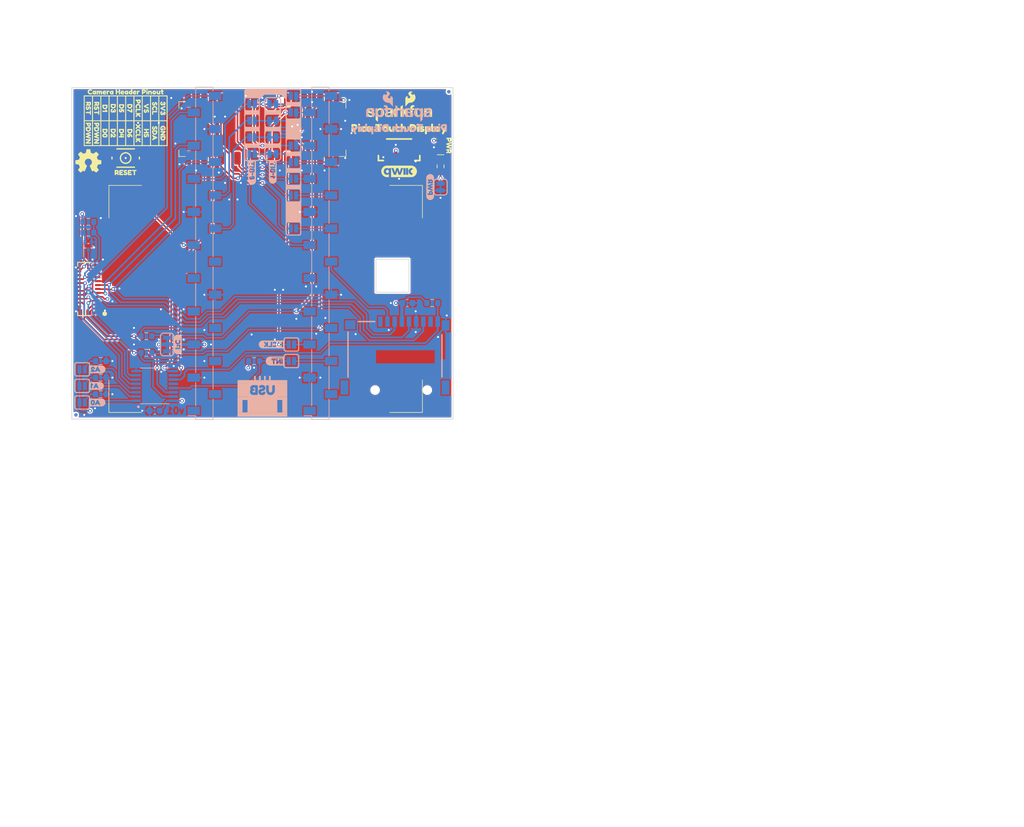
<source format=kicad_pcb>
(kicad_pcb (version 20240108) (generator "pcbnew") (generator_version "8.0")
  (title_block (title "SparkFun Pico Touch Display") (date "2025-02-27") (rev "v01") (company "SparkFun Electronics") (comment 1 "Designed by: Dryw Wade"))
  (layers (0 "F.Cu" signal) (1 "In1.Cu" signal) (2 "In2.Cu" signal) (31 "B.Cu" signal) (34 "B.Paste" user) (35 "F.Paste" user) (36 "B.SilkS" user "B.Silkscreen") (37 "F.SilkS" user "F.Silkscreen") (38 "B.Mask" user) (39 "F.Mask" user) (44 "Edge.Cuts" user))
  (net 0 "")
  (net 2 "3.3V")
  (net 3 "GND")
  (net 4 "GPIO14")
  (net 5 "GPIO10")
  (net 6 "GPIO13")
  (net 7 "GPIO8")
  (net 8 "GPIO3")
  (net 9 "GPIO15")
  (net 10 "GPIO11")
  (net 11 "GPIO9")
  (net 12 "GPIO12")
  (net 13 "GPIO2")
  (net 14 "GPIO20")
  (net 15 "GPIO22")
  (net 16 "GPIO21")
  (net 17 "RUN")
  (net 18 "CAM_PCLK")
  (net 19 "CAM_D6")
  (net 20 "CAM_PWDN")
  (net 21 "CAM_D7")
  (net 22 "SDA{slash}GPIO4")
  (net 23 "CAM_MCLK")
  (net 24 "CAM_D2")
  (net 25 "CAM_D3")
  (net 26 "CAM_D0")
  (net 27 "SCL{slash}GPIO5")
  (net 28 "CAM_D5")
  (net 29 "CAM_D4")
  (net 30 "CAM_D1")
  (net 31 "GPIO17{slash}DISP_~{CS}")
  (net 32 "Net-(J4-Pin_2)")
  (net 33 "GPIO19{slash}PICO")
  (net 34 "GPIO18{slash}SCK")
  (net 35 "Net-(J4-Pin_3)")
  (net 36 "TP_INT")
  (net 37 "CAM_VS")
  (net 38 "CAM_HS")
  (net 39 "Net-(JP1-C)")
  (net 40 "Net-(JP1-A)")
  (net 43 "CAM_~{RST}")
  (net 45 "GPIO16{slash}POCI{slash}DC")
  (net 47 "Net-(D1-K)")
  (net 48 "DISP_~{RST}")
  (net 49 "TP_~{RESET}")
  (net 50 "SD_DET")
  (net 51 "~{INT}")
  (net 52 "DISP_BL")
  (net 54 "GPIO7{slash}SD_~{CS}")
  (net 65 "A0")
  (net 66 "A1")
  (net 67 "A2")
  (net 68 "Net-(JP21-A)")
  (footprint "kibuzzard-67A69D1B" (layer "F.Cu") (at 123.19 80.645 -90)
    (property "Reference" "kibuzzard-67A69D1B" (hide yes))
    (property "Value" "G***" (hide yes))
  )
  (footprint "SparkFun-Aesthetic:Creative_Commons_License" (layer "F.Cu") (at 214.63 168.91)
    (property "Reference" "G3" (hide yes))
    (property "Value" "OSHW_Logo" (hide yes))
  )
  (footprint "kibuzzard-67A69CDC" (layer "F.Cu") (at 129.54 76.835 -90)
    (property "Reference" "kibuzzard-67A69CDC" (hide yes))
    (property "Value" "G***" (hide yes))
  )
  (footprint "kibuzzard-67A69E51" (layer "F.Cu") (at 127 76.835 -90)
    (property "Reference" "kibuzzard-67A69E51" (hide yes))
    (property "Value" "G***" (hide yes))
  )
  (footprint "kibuzzard-67A69D28" (layer "F.Cu") (at 124.46 80.645 -90)
    (property "Reference" "kibuzzard-67A69D28" (hide yes))
    (property "Value" "G***" (hide yes))
  )
  (footprint "SparkFun-Connector:2x10_SMD_RA" (layer "F.Cu") (at 144.78 80.01)
    (property "Reference" "J3")
    (property "Value" "Conn_02x10_SMD_RA")
  )
  (footprint "kibuzzard-67A69D0C" (layer "F.Cu") (at 120.65 80.645 -90)
    (property "Reference" "kibuzzard-67A69D0C" (hide yes))
    (property "Value" "G***" (hide yes))
  )
  (footprint "kibuzzard-67A69E55" (layer "F.Cu") (at 127 80.645 -90)
    (property "Reference" "kibuzzard-67A69E55" (hide yes))
    (property "Value" "G***" (hide yes))
  )
  (footprint "SparkFun-Aesthetic:Fiducial_0.5mm_Mask1mm" (layer "F.Cu") (at 116.205 123.825)
    (property "Reference" "FID4")
    (property "Value" "Fiducial_0.5mm")
  )
  (footprint "SparkFun-Aesthetic:Fiducial_0.5mm_Mask1mm" (layer "F.Cu") (at 173.355 74.295)
    (property "Reference" "FID1")
    (property "Value" "Fiducial_0.5mm")
  )
  (footprint "kibuzzard-67B3EC92" (layer "F.Cu") (at 123.825 74.295)
    (property "Reference" "kibuzzard-67B3EC92" (hide yes))
    (property "Value" "G***" (hide yes))
  )
  (footprint "kibuzzard-67A69D2F" (layer "F.Cu") (at 123.19 76.835 -90)
    (property "Reference" "kibuzzard-67A69D2F" (hide yes))
    (property "Value" "G***" (hide yes))
  )
  (footprint "SparkFun-Resistor:R_0603_1608Metric" (layer "F.Cu") (at 172.085 85.725 90)
    (property "Reference" "R5")
    (property "Value" "4.7k")
  )
  (footprint "kibuzzard-67A69CD2" (layer "F.Cu") (at 118.11 76.835 -90)
    (property "Reference" "kibuzzard-67A69CD2" (hide yes))
    (property "Value" "G***" (hide yes))
  )
  (footprint "lcd-tft:CONN21_FH35C-21S_HIR" (layer "F.Cu") (at 118.11 104.521 90)
    (property "Reference" "J4")
    (property "Value" "Conn_1x21_FPC")
  )
  (footprint "SparkFun-Aesthetic:qwiic_5.5mm" (layer "F.Cu") (at 165.735 86.487)
    (property "Reference" "G***" (hide yes))
    (property "Value" "LOGO" (hide yes))
  )
  (footprint "SparkFun-Aesthetic:OSHW_Logo_4mm" (layer "F.Cu") (at 118.11 85.09)
    (property "Reference" "Ref**" (hide yes))
    (property "Value" "Val**" (hide yes))
  )
  (footprint "kibuzzard-67A69CD2" (layer "F.Cu") (at 119.38 76.835 -90)
    (property "Reference" "kibuzzard-67A69CD2" (hide yes))
    (property "Value" "G***" (hide yes))
  )
  (footprint "kibuzzard-67A69D05" (layer "F.Cu") (at 125.73 80.645 -90)
    (property "Reference" "kibuzzard-67A69D05" (hide yes))
    (property "Value" "G***" (hide yes))
  )
  (footprint "SparkFun-LED:LED_0603_1608Metric_Red" (layer "F.Cu") (at 172.085 82.55 90)
    (property "Reference" "D1")
    (property "Value" "Red")
  )
  (footprint "kibuzzard-67A69C5F" (layer "F.Cu") (at 119.38 80.645 -90)
    (property "Reference" "kibuzzard-67A69C5F" (hide yes))
    (property "Value" "G***" (hide yes))
  )
  (footprint "kibuzzard-67A69CE2" (layer "F.Cu") (at 129.54 80.645 -90)
    (property "Reference" "kibuzzard-67A69CE2" (hide yes))
    (property "Value" "G***" (hide yes))
  )
  (footprint "kibuzzard-67A69CFF" (layer "F.Cu") (at 125.73 76.835 -90)
    (property "Reference" "kibuzzard-67A69CFF" (hide yes))
    (property "Value" "G***" (hide yes))
  )
  (footprint "SparkFun-Aesthetic:SparkFun_Logo_10mm" (layer "F.Cu") (at 165.735 77.47)
    (property "Reference" "G***")
    (property "Value" "LOGO" (hide yes))
  )
  (footprint "lcd-tft:Waveshare_2_Inch_Outline" (layer "F.Cu") (at 144.78 106.045 90)
    (property "Reference" "U1")
    (property "Value" "2\" LCD-TFT 240x320")
  )
  (footprint "kibuzzard-67A69D32" (layer "F.Cu") (at 124.46 76.835 -90)
    (property "Reference" "kibuzzard-67A69D32" (hide yes))
    (property "Value" "G***" (hide yes))
  )
  (footprint "kibuzzard-67C1248C" (layer "F.Cu") (at 173.355 82.55 -90)
    (property "Reference" "kibuzzard-67C1248C" (hide yes))
    (property "Value" "G***" (hide yes))
  )
  (footprint "kibuzzard-67B3EC79" (layer "F.Cu") (at 165.735 80.01)
    (property "Reference" "kibuzzard-67B3EC79" (hide yes))
    (property "Value" "G***" (hide yes))
  )
  (footprint "kibuzzard-67A69CE6" (layer "F.Cu") (at 128.27 76.835 -90)
    (property "Reference" "kibuzzard-67A69CE6" (hide yes))
    (property "Value" "G***" (hide yes))
  )
  (footprint "kibuzzard-67B3F617" (layer "F.Cu") (at 123.825 86.6775)
    (property "Reference" "kibuzzard-67B3F617" (hide yes))
    (property "Value" "G***" (hide yes))
  )
  (footprint "kibuzzard-67A69D16" (layer "F.Cu") (at 121.92 80.645 -90)
    (property "Reference" "kibuzzard-67A69D16" (hide yes))
    (property "Value" "G***" (hide yes))
  )
  (footprint "SparkFun-Switch:Push_SMD_4.6x2.8mm_h2.5mm" (layer "F.Cu") (at 123.825 84.455 180)
    (property "Reference" "SW1")
    (property "Value" "SMD_4.6x2.8mm_h2.5mm")
  )
  (footprint "kibuzzard-67A69CEA" (layer "F.Cu") (at 128.27 80.645 -90)
    (property "Reference" "kibuzzard-67A69CEA" (hide yes))
    (property "Value" "G***" (hide yes))
  )
  (footprint "kibuzzard-67A69C5F" (layer "F.Cu") (at 118.11 80.645 -90)
    (property "Reference" "kibuzzard-67A69C5F" (hide yes))
    (property "Value" "G***" (hide yes))
  )
  (footprint "kibuzzard-67A69D2C" (layer "F.Cu") (at 121.92 76.835 -90)
    (property "Reference" "kibuzzard-67A69D2C" (hide yes))
    (property "Value" "G***" (hide yes))
  )
  (footprint "kibuzzard-67A69D0F" (layer "F.Cu") (at 120.65 76.835 -90)
    (property "Reference" "kibuzzard-67A69D0F" (hide yes))
    (property "Value" "G***" (hide yes))
  )
  (footprint "SparkFun-Connector:JST_SMD_1.0mm-4_Vertical_Black" (layer "F.Cu") (at 165.735 83.185)
    (property "Reference" "J5")
    (property "Value" "Qwiic_Vertical")
  )
  (footprint "kibuzzard-67B3FF40" (layer "B.Cu") (at 146.3675 86.614 90)
    (property "Reference" "kibuzzard-67B3FF40" (hide yes))
    (property "Value" "G***" (hide yes))
  )
  (footprint "kibuzzard-67B3FF54" (layer "B.Cu") (at 143.1925 86.6775 90)
    (property "Reference" "kibuzzard-67B3FF54" (hide yes))
    (property "Value" "G***" (hide yes))
  )
  (footprint "SparkFun-Jumper:Jumper_2_NC_Trace" (layer "B.Cu") (at 172.085 88.9 -90)
    (property "Reference" "JP21")
    (property "Value" "PWR")
  )
  (footprint "SparkFun-Resistor:R_0603_1608Metric" (layer "B.Cu") (at 120.015 120.65 180)
    (property "Reference" "R7")
    (property "Value" "100k")
  )
  (footprint "SparkFun-Aesthetic:Fiducial_0.5mm_Mask1mm" (layer "B.Cu") (at 173.355 74.295 180)
    (property "Reference" "FID3")
    (property "Value" "Fiducial_0.5mm")
  )
  (footprint "SparkFun-Semiconductor-Standard:SC-89 SOT-490" (layer "B.Cu") (at 118.11 98.425)
    (property "Reference" "Q1")
    (property "Value" "RE1C002UNTCL")
  )
  (footprint "SparkFun-Resistor:R_0603_1608Metric" (layer "B.Cu") (at 143.51 115.57 180)
    (property "Reference" "R6")
    (property "Value" "100k")
  )
  (footprint "kibuzzard-67C64532" (layer "B.Cu") (at 119.38 119.38 180)
    (property "Reference" "kibuzzard-67C64532" (hide yes))
    (property "Value" "G***" (hide yes))
  )
  (footprint "SparkFun-Jumper:Jumper_2_NC_Trace" (layer "B.Cu") (at 146.3675 76.2)
    (property "Reference" "JP17")
    (property "Value" "1-BIT-PCLK")
  )
  (footprint "SparkFun-Jumper:Jumper_2_NO" (layer "B.Cu") (at 143.1925 83.82)
    (property "Reference" "JP2")
    (property "Value" "8-BIT-D0")
  )
  (footprint "SparkFun-Semiconductor-Standard:TSSOP-16_4.4x5mm_P0.65mm" (layer "B.Cu") (at 128.27 119.38)
    (property "Reference" "U2")
    (property "Value" "PCA9554PW")
  )
  (footprint "kibuzzard-67C651AF" (layer "B.Cu") (at 146.685 115.57 180)
    (property "Reference" "kibuzzard-67C651AF" (hide yes))
    (property "Value" "G***" (hide yes))
  )
  (footprint "SparkFun-Connector:1x20_SMD_Pin1RightUp" (layer "B.Cu") (at 153.67 99.06 -90)
    (property "Reference" "J1" (hide yes))
    (property "Value" "Conn_01x20")
  )
  (footprint "SparkFun-Resistor:R_0603_1608Metric" (layer "B.Cu") (at 127 111.76 180)
    (property "Reference" "R4")
    (property "Value" "2.2k")
  )
  (footprint "SparkFun-Aesthetic:Fiducial_0.5mm_Mask1mm" (layer "B.Cu") (at 116.205 123.825 180)
    (property "Reference" "FID2")
    (property "Value" "Fiducial_0.5mm")
  )
  (footprint "SparkFun-Jumper:Jumper_2_NO" (layer "B.Cu") (at 143.1925 78.74)
    (property "Reference" "JP4")
    (property "Value" "8-BIT-HS")
  )
  (footprint "SparkFun-Jumper:Jumper_2_NO" (layer "B.Cu") (at 117.1575 121.92 180)
    (property "Reference" "JP14")
    (property "Value" "A0")
  )
  (footprint "SparkFun-Jumper:Jumper_2_NC_Trace" (layer "B.Cu") (at 146.3675 83.82)
    (property "Reference" "JP20")
    (property "Value" "1-BIT-D0")
  )
  (footprint "SparkFun-Jumper:Jumper_2_NO" (layer "B.Cu") (at 149.5425 95.25)
    (property "Reference" "JP8")
    (property "Value" "8-BIT-D1")
  )
  (footprint "kibuzzard-67C64429" (layer "B.Cu") (at 119.507 121.92 180)
    (property "Reference" "kibuzzard-67C64429" (hide yes))
    (property "Value" "G***" (hide yes))
  )
  (footprint "SparkFun-Resistor:R_0603_1608Metric" (layer "B.Cu") (at 127 114.3)
    (property "Reference" "R3")
    (property "Value" "2.2k")
  )
  (footprint "SparkFun-Aesthetic:SparkFun_Logo_10mm" (layer "B.Cu") (at 165.735 77.47 180)
    (property "Reference" "G***")
    (property "Value" "LOGO" (hide yes))
  )
  (footprint "SparkFun-Jumper:Jumper_2_NO" (layer "B.Cu") (at 143.1925 76.2)
    (property "Reference" "JP5")
    (property "Value" "8-BIT-PCLK")
  )
  (footprint "SparkFun-Jumper:Jumper_2_NO" (layer "B.Cu") (at 149.5425 90.17)
    (property "Reference" "JP7")
    (property "Value" "8-BIT-D2")
  )
  (footprint "SparkFun-Resistor:R_0603_1608Metric" (layer "B.Cu") (at 170.815 106.68 180)
    (property "Reference" "R10")
    (property "Value" "100k")
  )
  (footprint "SparkFun-Jumper:Jumper_2_NO" (layer "B.Cu") (at 149.5425 85.09)
    (property "Reference" "JP9")
    (property "Value" "8-BIT-D4")
  )
  (footprint "SparkFun-Jumper:Jumper_2_NO" (layer "B.Cu") (at 143.1925 81.28)
    (property "Reference" "JP3")
    (property "Value" "8-BIT-VS")
  )
  (footprint "kibuzzard-67B3EC79" (layer "B.Cu") (at 165.735 80.01 180)
    (property "Reference" "kibuzzard-67B3EC79" (hide yes))
    (property "Value" "G***" (hide yes))
  )
  (footprint "SparkFun-Jumper:Jumper_3_NC-2_Trace" (layer "B.Cu") (at 130.175 113.03 -90)
    (property "Reference" "JP1")
    (property "Value" "I2C")
  )
  (footprint "kibuzzard-67C124A5" (layer "B.Cu") (at 170.4975 88.9 90)
    (property "Reference" "kibuzzard-67C124A5" (hide yes))
    (property "Value" "G***" (hide yes))
  )
  (footprint "kibuzzard-67B3FFA5" (layer "B.Cu") (at 146.177 113.03 180)
    (property "Reference" "kibuzzard-67B3FFA5" (hide yes))
    (property "Value" "G***" (hide yes))
  )
  (footprint "SparkFun-Resistor:R_0603_1608Metric" (layer "B.Cu") (at 120.015 115.57 180)
    (property "Reference" "R9")
    (property "Value" "100k")
  )
  (footprint "SparkFun-Jumper:Jumper_2_NO" (layer "B.Cu") (at 149.5425 74.93)
    (property "Reference" "JP12")
    (property "Value" "8-BIT-D7")
  )
  (footprint "SparkFun-Capacitor:C_0603_1608Metric" (layer "B.Cu") (at 128.27 123.19 180)
    (property "Reference" "C2")
    (property "Value" "0.1uF")
  )
  (footprint "SparkFun-Resistor:R_0603_1608Metric" (layer "B.Cu") (at 118.11 94.234)
    (property "Reference" "R1")
    (property "Value" "10")
  )
  (footprint "SparkFun-Capacitor:C_0603_1608Metric" (layer "B.Cu") (at 167.005 106.68)
    (property "Reference" "C1")
    (property "Value" "10uF")
  )
  (footprint "SparkFun-Jumper:Jumper_2_NO" (layer "B.Cu") (at 117.1575 119.38 180)
    (property "Reference" "JP15")
    (property "Value" "A1")
  )
  (footprint "SparkFun-Jumper:Jumper_2_NO" (layer "B.Cu") (at 149.5425 82.55)
    (property "Reference" "JP10")
    (property "Value" "8-BIT-D5")
  )
  (footprint "SparkFun-Resistor:R_0603_1608Metric" (layer "B.Cu") (at 118.11 95.885)
    (property "Reference" "R2")
    (property "Value" "100k")
  )
  (footprint "kibuzzard-67C6452E" (layer "B.Cu") (at 119.507 116.84 180)
    (property "Reference" "kibuzzard-67C6452E" (hide yes))
    (property "Value" "G***" (hide yes))
  )
  (footprint "SparkFun-Jumper:Jumper_2_NO" (layer "B.Cu") (at 149.225 115.57)
    (property "Reference" "JP22")
    (property "Value" "~{INT}")
  )
  (footprint "SparkFun-Jumper:Jumper_2_NC_Trace" (layer "B.Cu") (at 146.3675 81.28)
    (property "Reference" "JP19")
    (property "Value" "1-BIT-VS")
  )
  (footprint "SparkFun-Jumper:Jumper_2_NO" (layer "B.Cu") (at 149.225 113.03)
    (property "Reference" "JP13")
    (property "Value" "MCLK")
  )
  (footprint "SparkFun-Jumper:Jumper_2_NO" (layer "B.Cu") (at 117.1575 116.84 180)
    (property "Reference" "JP16")
    (property "Value" "A2")
  )
  (footprint "SparkFun-Connector:microSD_External_Pin" (layer "B.Cu") (at 165.1 120.015 180)
    (property "Reference" "J6")
    (property "Value" "microSD")
  )
  (footprint "SparkFun-Jumper:Jumper_2_NC_Trace" (layer "B.Cu") (at 146.3675 78.74)
    (property "Reference" "JP18")
    (property "Value" "1-BIT-HS")
  )
  (footprint "SparkFun-Jumper:Jumper_2_NO" (layer "B.Cu") (at 149.5425 87.63)
    (property "Reference" "JP6")
    (property "Value" "8-BIT-D3")
  )
  (footprint "kibuzzard-67B3FFE0" (layer "B.Cu") (at 131.826 113.03 90)
    (property "Reference" "kibuzzard-67B3FFE0" (hide yes))
    (property "Value" "G***" (hide yes))
  )
  (footprint "kibuzzard-67ABB7DF" (layer "B.Cu") (at 144.78 120.015 180)
    (property "Reference" "kibuzzard-67ABB7DF" (hide yes))
    (property "Value" "G***" (hide yes))
  )
  (footprint "SparkFun-Resistor:R_0603_1608Metric" (layer "B.Cu") (at 120.015 118.11 180)
    (property "Reference" "R8")
    (property "Value" "100k")
  )
  (footprint "SparkFun-Jumper:Jumper_2_NO" (layer "B.Cu") (at 149.5425 77.47)
    (property "Reference" "JP11")
    (property "Value" "8-BIT-D6")
  )
  (footprint "SparkFun-Connector:1x20_SMD_Pin1RightUp" (layer "B.Cu") (at 135.89 99.06 -90)
    (property "Reference" "J2" (hide yes))
    (property "Value" "Conn_01x20")
  )
  (gr_poly (pts (xy 144.2085 80.264) (xy 142.1765 80.264) (xy 142.0749 80.518) (xy 142.0749 79.502) (xy 142.1765 79.756) (xy 144.2085 79.756) (xy 144.3101 79.502) (xy 144.3101 80.518)) (stroke (width 0.1524)) (fill solid) (layer "B.SilkS"))
  (gr_poly (pts (xy 144.2085 82.804) (xy 142.1765 82.804) (xy 142.0749 83.058) (xy 142.0749 82.042) (xy 142.1765 82.296) (xy 144.2085 82.296) (xy 144.3101 82.042) (xy 144.3101 83.058)) (stroke (width 0.1524)) (fill solid) (layer "B.SilkS"))
  (gr_rect (start 140.97 118.491) (end 148.59 118.999) (fill solid) (layer "B.SilkS"))
  (gr_poly (pts (xy 150.5585 84.074) (xy 148.5265 84.074) (xy 148.4249 84.328) (xy 148.4249 83.312) (xy 148.5265 83.566) (xy 150.5585 83.566) (xy 150.6601 83.312) (xy 150.6601 84.328)) (stroke (width 0.1524)) (fill solid) (layer "B.SilkS"))
  (gr_rect (start 140.97 121.539) (end 141.732 123.444) (fill solid) (layer "B.SilkS"))
  (gr_rect (start 146.812 118.999) (end 148.59 121.031) (fill solid) (layer "B.SilkS"))
  (gr_rect (start 140.97 123.444) (end 148.59 124.079) (fill solid) (layer "B.SilkS"))
  (gr_rect (start 145.796 117.856) (end 146.05 118.491) (fill solid) (layer "B.SilkS"))
  (gr_poly (pts (xy 147.447 77.724) (xy 145.288 77.724) (xy 145.1483 78.1812) (xy 145.1483 76.7588) (xy 145.2499 77.216) (xy 147.447 77.216) (xy 147.5867 76.7588) (xy 147.5867 78.1812)) (stroke (width 0.1524)) (fill solid) (layer "B.SilkS"))
  (gr_poly (pts (xy 144.2085 77.724) (xy 142.1765 77.724) (xy 142.0749 77.978) (xy 142.0749 76.962) (xy 142.1765 77.216) (xy 144.2085 77.216) (xy 144.3101 76.962) (xy 144.3101 77.978)) (stroke (width 0.1524)) (fill solid) (layer "B.SilkS"))
  (gr_rect (start 142.494 121.539) (end 147.066 123.444) (fill solid) (layer "B.SilkS"))
  (gr_poly (pts (xy 147.447 82.804) (xy 145.288 82.804) (xy 145.1483 83.2612) (xy 145.1483 81.8388) (xy 145.2499 82.296) (xy 147.447 82.296) (xy 147.5867 81.8388) (xy 147.5867 83.2612)) (stroke (width 0.1524)) (fill solid) (layer "B.SilkS"))
  (gr_poly (pts (xy 150.5585 86.614) (xy 148.5265 86.614) (xy 148.4249 86.868) (xy 148.4249 85.852) (xy 148.5265 86.106) (xy 150.5585 86.106) (xy 150.6601 85.852) (xy 150.6601 86.868)) (stroke (width 0.1524)) (fill solid) (layer "B.SilkS"))
  (gr_rect (start 143.51 117.856) (end 143.764 118.491) (fill solid) (layer "B.SilkS"))
  (gr_poly (pts (xy 147.447 80.264) (xy 145.288 80.264) (xy 145.1483 80.7212) (xy 145.1483 79.2988) (xy 145.2499 79.756) (xy 147.447 79.756) (xy 147.5867 79.2988) (xy 147.5867 80.7212)) (stroke (width 0.1524)) (fill solid) (layer "B.SilkS"))
  (gr_poly (pts (xy 150.5585 81.534) (xy 148.5265 81.534) (xy 148.4249 81.788) (xy 148.4249 78.232) (xy 148.5265 78.486) (xy 150.5585 78.486) (xy 150.6601 78.232) (xy 150.6601 81.788)) (stroke (width 0.1524)) (fill solid) (layer "B.SilkS"))
  (gr_rect (start 145.034 117.856) (end 145.288 118.491) (fill solid) (layer "B.SilkS"))
  (gr_poly (pts (xy 150.5585 89.154) (xy 148.5265 89.154) (xy 148.4249 89.408) (xy 148.4249 88.392) (xy 148.5265 88.646) (xy 150.5585 88.646) (xy 150.6601 88.392) (xy 150.6601 89.408)) (stroke (width 0.1524)) (fill solid) (layer "B.SilkS"))
  (gr_rect (start 140.97 118.999) (end 142.748 121.031) (fill solid) (layer "B.SilkS"))
  (gr_rect (start 147.828 121.539) (end 148.59 123.444) (fill solid) (layer "B.SilkS"))
  (gr_poly (pts (xy 150.5585 76.454) (xy 148.5265 76.454) (xy 148.4249 76.708) (xy 148.4249 75.692) (xy 148.5265 75.946) (xy 150.5585 75.946) (xy 150.6601 75.692) (xy 150.6601 76.708)) (stroke (width 0.1524)) (fill solid) (layer "B.SilkS"))
  (gr_poly (pts (xy 144.2085 75.184) (xy 142.1765 75.184) (xy 142.0749 75.438) (xy 142.0749 74.168) (xy 142.1892 74.0156) (xy 142.367 73.914) (xy 148.6789 73.914) (xy 148.499295 73.988395) (xy 148.4249 74.168) (xy 148.4249 75.438) (xy 147.701 74.676) (xy 145.034 74.676) (xy 144.3101 75.438)) (stroke (width 0.1524)) (fill solid) (layer "B.SilkS"))
  (gr_poly (pts (xy 150.5585 94.234) (xy 148.5265 94.234) (xy 148.4249 94.488) (xy 148.4249 90.932) (xy 148.5265 91.186) (xy 150.5585 91.186) (xy 150.6601 90.932) (xy 150.6601 94.488)) (stroke (width 0.1524)) (fill solid) (layer "B.SilkS"))
  (gr_rect (start 140.97 121.031) (end 148.59 121.539) (fill solid) (layer "B.SilkS"))
  (gr_rect (start 144.272 117.856) (end 144.526 118.491) (fill solid) (layer "B.SilkS"))
  (gr_line (start 117.475 78.74) (end 130.175 78.74) (stroke (width 0.15)) (layer "F.SilkS"))
  (gr_line (start 120.015 82.55) (end 120.015 74.93) (stroke (width 0.15)) (layer "F.SilkS"))
  (gr_line (start 126.365 82.55) (end 126.365 74.93) (stroke (width 0.15)) (layer "F.SilkS"))
  (gr_line (start 125.095 82.55) (end 125.095 74.93) (stroke (width 0.15)) (layer "F.SilkS"))
  (gr_line (start 130.175 82.55) (end 117.475 82.55) (stroke (width 0.15)) (layer "F.SilkS"))
  (gr_line (start 121.285 82.55) (end 121.285 74.93) (stroke (width 0.15)) (layer "F.SilkS"))
  (gr_line (start 123.825 82.55) (end 123.825 74.93) (stroke (width 0.15)) (layer "F.SilkS"))
  (gr_line (start 122.555 82.55) (end 122.555 74.93) (stroke (width 0.15)) (layer "F.SilkS"))
  (gr_line (start 128.905 82.55) (end 128.905 74.93) (stroke (width 0.15)) (layer "F.SilkS"))
  (gr_line (start 127.635 82.55) (end 127.635 74.93) (stroke (width 0.15)) (layer "F.SilkS"))
  (gr_line (start 130.175 74.93) (end 117.475 74.93) (stroke (width 0.15)) (layer "F.SilkS"))
  (gr_line (start 117.475 82.55) (end 117.475 74.93) (stroke (width 0.15)) (layer "F.SilkS"))
  (gr_line (start 130.175 74.93) (end 130.175 82.55) (stroke (width 0.15)) (layer "F.SilkS"))
  (gr_line (start 118.745 82.55) (end 118.745 74.93) (stroke (width 0.15)) (layer "F.SilkS"))
  (gr_poly (pts (xy 115.57 124.46) (xy 115.57 73.66) (xy 173.99 73.66) (xy 173.99 124.46)) (stroke (width 0.1)) (fill none) (layer "Edge.Cuts"))
  (gr_rect (start 162.179 99.949) (end 167.259 105.029) (stroke (width 0.1)) (fill none) (layer "Edge.Cuts"))
  (gr_text "v01" (at 131.445 123.19 0) (layer "B.Cu" knockout) (effects (font (size 1.016 1.016) (thickness 0.254) (bold yes)) (justify mirror)))
  (segment (start 117.283004 103.0162) (end 117.579102 102.720102) (width 0.254) (layer "F.Cu") (net 2))
  (segment (start 165.227 83.312) (end 165.227 84.688) (width 0.508) (layer "F.Cu") (net 2))
  (segment (start 119.5475 102.721001) (end 118.745 102.721001) (width 0.254) (layer "F.Cu") (net 2))
  (segment (start 116.6725 103.0162) (end 117.283004 103.0162) (width 0.254) (layer "F.Cu") (net 2))
  (segment (start 165.227 84.688) (end 165.235 84.696) (width 0.508) (layer "F.Cu") (net 2))
  (segment (start 117.580001 102.721001) (end 117.579102 102.720102) (width 0.254) (layer "F.Cu") (net 2))
  (segment (start 120.256 105.721) (end 119.5475 105.721) (width 0.254) (layer "F.Cu") (net 2))
  (segment (start 157.226 75.55) (end 156.21 75.55) (width 0.508) (layer "F.Cu") (net 2))
  (segment (start 171.0945 81.7625) (end 171.069 81.788) (width 0.254) (layer "F.Cu") (net 2))
  (segment (start 119.056 105.721) (end 118.745 105.41) (width 0.254) (layer "F.Cu") (net 2))
  (segment (start 118.745 105.41) (end 118.745 102.721001) (width 0.254) (layer "F.Cu") (net 2))
  (segment (start 118.745 102.721001) (end 117.580001 102.721001) (width 0.254) (layer "F.Cu") (net 2))
  (segment (start 121.03789 106.045) (end 120.58 106.045) (width 0.254) (layer "F.Cu") (net 2))
  (segment (start 172.085 81.7625) (end 171.0945 81.7625) (width 0.254) (layer "F.Cu") (net 2))
  (segment (start 120.58 106.045) (end 120.256 105.721) (width 0.254) (layer "F.Cu") (net 2))
  (segment (start 119.5475 105.721) (end 119.056 105.721) (width 0.254) (layer "F.Cu") (net 2))
  (via (at 117.579102 102.720102) (size 0.56) (drill 0.3) (layers "F.Cu" "B.Cu") (net 2))
  (via (at 128.905 113.03) (size 0.56) (drill 0.3) (layers "F.Cu" "B.Cu") (net 2))
  (via (at 132.461 121.655) (size 0.56) (drill 0.3) (layers "F.Cu" "B.Cu") (net 2))
  (via (at 121.03789 106.045) (size 0.56) (drill 0.3) (layers "F.Cu" "B.Cu") (net 2))
  (via (at 142.621 116.586) (size 0.56) (drill 0.3) (layers "F.Cu" "B.Cu") (net 2))
  (via (at 135.89 113.03) (size 0.56) (drill 0.3) (layers "F.Cu" "B.Cu") (net 2))
  (via (at 165.227 83.312) (size 0.56) (drill 0.3) (layers "F.Cu" "B.Cu") (net 2))
  (via (at 118.364 123.19) (size 0.56) (drill 0.3) (layers "F.Cu" "B.Cu") (net 2))
  (via (at 165.227 106.68) (size 0.56) (drill 0.3) (layers "F.Cu" "B.Cu") (net 2))
  (via (at 171.069 81.788) (size 0.56) (drill 0.3) (layers "F.Cu" "B.Cu") (net 2))
  (via (at 157.226 75.55) (size 0.56) (drill 0.3) (layers "F.Cu" "B.Cu") (net 2))
  (segment (start 119.761 99.926102) (end 119.761 96.711) (width 0.254) (layer "B.Cu") (net 2))
  (segment (start 119.761 96.711) (end 118.935 95.885) (width 0.254) (layer "B.Cu") (net 2))
  (segment (start 117.579102 102.720102) (end 117.579102 102.108) (width 0.254) (layer "B.Cu") (net 2))
  (segment (start 117.579102 102.108) (end 119.761 99.926102) (width 0.254) (layer "B.Cu") (net 2))
  (segment (start 116.7511 119.38) (end 116.7511 116.84) (width 0.254) (layer "B.Cu") (net 2))
  (segment (start 132.461 121.655) (end 131.1325 121.655) (width 0.254) (layer "B.Cu") (net 2))
  (segment (start 130.175 113.03) (end 134.24 113.03) (width 0.508) (layer "B.Cu") (net 2))
  (segment (start 169.99 106.68) (end 169.101 105.791) (width 0.254) (layer "B.Cu") (net 2))
  (segment (start 167.119 105.791) (end 166.23 106.68) (width 0.254) (layer "B.Cu") (net 2))
  (segment (start 116.7511 122.8471) (end 116.7511 121.92) (width 0.254) (layer "B.Cu") (net 2))
  (segment (start 129.045 123.19) (end 129.667 122.568) (width 0.254) (layer "B.Cu") (net 2))
  (segment (start 134.24 113.03) (end 135.89 113.03) (width 0.508) (layer "B.Cu") (net 2))
  (segment (start 129.667 122.568) (end 129.667 122.174) (width 0.254) (layer "B.Cu") (net 2))
  (segment (start 117.094 123.19) (end 116.7511 122.8471) (width 0.254) (layer "B.Cu") (net 2))
  (segment (start 166.23 106.68) (end 166.15 106.76) (width 0.508) (layer "B.Cu") (net 2))
  (segment (start 118.935 95.885) (end 118.935 94.234) (width 0.254) (layer "B.Cu") (net 2))
  (segment (start 166.15 106.76) (end 166.15 108.92) (width 0.508) (layer "B.Cu") (net 2))
  (segment (start 142.685 116.522) (end 142.621 116.586) (width 0.254) (layer "B.Cu") (net 2))
  (segment (start 128.905 113.03) (end 130.175 113.03) (width 0.508) (layer "B.Cu") (net 2))
  (segment (start 142.685 115.57) (end 142.685 116.522) (width 0.254) (layer "B.Cu") (net 2))
  (segment (start 169.101 105.791) (end 167.119 105.791) (width 0.254) (layer "B.Cu") (net 2))
  (segment (start 165.227 106.68) (end 166.23 106.68) (width 0.508) (layer "B.Cu") (net 2))
  (segment (start 116.7511 121.92) (end 116.7511 119.38) (width 0.254) (layer "B.Cu") (net 2))
  (segment (start 130.186 121.655) (end 131.1325 121.655) (width 0.254) (layer "B.Cu") (net 2))
  (segment (start 118.364 123.19) (end 117.094 123.19) (width 0.254) (layer "B.Cu") (net 2))
  (segment (start 129.667 122.174) (end 130.186 121.655) (width 0.254) (layer "B.Cu") (net 2))
  (via (at 171.069 82.804) (size 0.56) (drill 0.3) (layers "F.Cu" "B.Cu") (net 3))
  (via (at 165.227 82.423) (size 0.56) (drill 0.3) (layers "F.Cu" "B.Cu") (net 3))
  (via (at 120.65 107.823) (size 0.56) (drill 0.3) (layers "F.Cu" "B.Cu") (net 3))
  (via (at 130.81 75.2475) (size 0.56) (drill 0.3) (layers "F.Cu" "B.Cu") (net 3))
  (via (at 156.845 80.01) (size 0.56) (drill 0.3) (layers "F.Cu" "B.Cu") (net 3))
  (via (at 118.745 100.0125) (size 0.56) (drill 0.3) (layers "F.Cu" "B.Cu") (net 3))
  (via (at 164.1475 110.8075) (size 0.56) (drill 0.3) (layers "F.Cu" "B.Cu") (net 3))
  (via (at 132.715 92.71) (size 0.56) (drill 0.3) (layers "F.Cu" "B.Cu") (net 3))
  (via (at 142.24 74.93) (size 0.56) (drill 0.3) (layers "F.Cu" "B.Cu") (net 3))
  (via (at 139.065 88.265) (size 0.56) (drill 0.3) (layers "F.Cu" "B.Cu") (net 3))
  (via (at 119.126 122.809) (size 0.56) (drill 0.3) (layers "F.Cu" "B.Cu") (net 3))
  (via (at 144.4678 85.18351) (size 0.56) (drill 0.3) (layers "F.Cu" "B.Cu") (net 3))
  (via (at 144.78 75.2475) (size 0.56) (drill 0.3) (layers "F.Cu" "B.Cu") (net 3))
  (via (at 147.447 86.36) (size 0.56) (drill 0.3) (layers "F.Cu" "B.Cu") (net 3))
  (via (at 121.793 106.426) (size 0.56) (drill 0.3) (layers "F.Cu" "B.Cu") (net 3))
  (via (at 120.339231 100.013518) (size 0.56) (drill 0.3) (layers "F.Cu" "B.Cu") (net 3))
  (via (at 152.4 75.8825) (size 0.56) (drill 0.3) (layers "F.Cu" "B.Cu") (net 3))
  (via (at 168.275 111.125) (size 0.56) (drill 0.3) (layers "F.Cu" "B.Cu") (net 3))
  (via (at 157.48 78.74) (size 0.56) (drill 0.3) (layers "F.Cu" "B.Cu") (net 3))
  (via (at 158.4325 80.645) (size 0.56) (drill 0.3) (layers "F.Cu" "B.Cu") (net 3))
  (via (at 153.035 104.14) (size 0.56) (drill 0.3) (layers "F.Cu" "B.Cu") (net 3))
  (via (at 129.286 117.221) (size 0.56) (drill 0.3) (layers "F.Cu" "B.Cu") (net 3))
  (via (at 159.0675 111.4425) (size 0.56) (drill 0.3) (layers "F.Cu" "B.Cu") (net 3))
  (via (at 136.906 113.03) (size 0.56) (drill 0.3) (layers "F.Cu" "B.Cu") (net 3))
  (via (at 135.89 110.8075) (size 0.56) (drill 0.3) (layers "F.Cu" "B.Cu") (net 3))
  (via (at 132.715 113.792) (size 0.56) (drill 0.3) (layers "F.Cu" "B.Cu") (net 3))
  (via (at 171.704 111.887) (size 0.56) (drill 0.3) (layers "F.Cu" "B.Cu") (net 3))
  (via (at 116.205 93.345) (size 0.56) (drill 0.3) (layers "F.Cu" "B.Cu") (net 3))
  (via (at 126.365 123.19) (size 0.56) (drill 0.3) (layers "F.Cu" "B.Cu") (net 3))
  (via (at 131.191 116.332) (size 0.56) (drill 0.3) (layers "F.Cu" "B.Cu") (net 3))
  (via (at 165.735 87.63) (size 0.56) (drill 0.3) (layers "F.Cu" "B.Cu") (net 3))
  (via (at 135.89 105.41) (size 0.56) (drill 0.3) (layers "F.Cu" "B.Cu") (net 3))
  (via (at 128.905 113.792) (size 0.56) (drill 0.3) (layers "F.Cu" "B.Cu") (net 3))
  (via (at 125.095 113.03) (size 0.56) (drill 0.3) (layers "F.Cu" "B.Cu") (net 3))
  (via (at 121.793 118.11) (size 0.56) (drill 0.3) (layers "F.Cu" "B.Cu") (net 3))
  (via (at 150.495 118.11) (size 0.56) (drill 0.3) (layers "F.Cu" "B.Cu") (net 3))
  (via (at 134.62 86.36) (size 0.56) (drill 0.3) (layers "F.Cu" "B.Cu") (net 3))
  (via (at 153.67 118.11) (size 0.56) (drill 0.3) (layers "F.Cu" "B.Cu") (net 3))
  (via (at 156.845 105.41) (size 0.56) (drill 0.3) (layers "F.Cu" "B.Cu") (net 3))
  (via (at 141.478 88.265) (size 0.56) (drill 0.3) (layers "F.Cu" "B.Cu") (net 3))
  (via (at 129.2225 107.6458) (size 0.56) (drill 0.3) (layers "F.Cu" "B.Cu") (net 3))
  (via (at 121.793 120.65) (size 0.56) (drill 0.3) (layers "F.Cu" "B.Cu") (net 3))
  (via (at 164.465 106.68) (size 0.56) (drill 0.3) (layers "F.Cu" "B.Cu") (net 3))
  (via (at 144.145 87.63) (size 0.56) (drill 0.3) (layers "F.Cu" "B.Cu") (net 3))
  (via (at 125.095 110.49) (size 0.56) (drill 0.3) (layers "F.Cu" "B.Cu") (net 3))
  (via (at 132.715 107.6325) (size 0.56) (drill 0.3) (layers "F.Cu" "B.Cu") (net 3))
  (via (at 158.115 75.565) (size 0.56) (drill 0.3) (layers "F.Cu" "B.Cu") (net 3))
  (via (at 153.67 80.01) (size 0.56) (drill 0.3) (layers "F.Cu" "B.Cu") (net 3))
  (via (at 135.89 80.01) (size 0.56) (drill 0.3) (layers "F.Cu" "B.Cu") (net 3))
  (via (at 173.0375 108.585) (size 0.56) (drill 0.3) (layers "F.Cu" "B.Cu") (net 3))
  (via (at 140.97 90.805) (size 0.56) (drill 0.3) (layers "F.Cu" "B.Cu") (net 3))
  (via (at 146.685 104.648) (size 0.56) (drill 0.3) (layers "F.Cu" "B.Cu") (net 3))
  (via (at 147.955 104.648) (size 0.56) (drill 0.3) (layers "F.Cu" "B.Cu") (net 3))
  (via (at 163.322 84.328) (size 0.56) (drill 0.3) (layers "F.Cu" "B.Cu") (net 3))
  (via (at 125.73 79.0575) (size 0.56) (drill 0.3) (layers "F.Cu" "B.Cu") (net 3))
  (via (at 150.8125 86.36) (size 0.56) (drill 0.3) (layers "F.Cu" "B.Cu") (net 3))
  (via (at 122.8725 104.4575) (size 0.56) (drill 0.3) (layers "F.Cu" "B.Cu") (net 3))
  (via (at 118.999 98.171) (size 0.56) (drill 0.3) (layers "F.Cu" "B.Cu") (net 3))
  (via (at 154.305 86.36) (size 0.56) (drill 0.3) (layers "F.Cu" "B.Cu") (net 3))
  (via (at 172.085 90.551) (size 0.56) (drill 0.3) (layers "F.Cu" "B.Cu") (net 3))
  (via (at 121.793 115.57) (size 0.56) (drill 0.3) (layers "F.Cu" "B.Cu") (net 3))
  (via (at 118.11 105.029) (size 0.56) (drill 0.3) (layers "F.Cu" "B.Cu") (net 3))
  (via (at 123.825 84.455) (size 0.56) (drill 0.3) (layers "F.Cu" "B.Cu") (net 3))
  (via (at 116.205 107.95) (size 0.56) (drill 0.3) (layers "F.Cu" "B.Cu") (net 3))
  (via (at 138.1125 86.6775) (size 0.56) (drill 0.3) (layers "F.Cu" "B.Cu") (net 3))
  (via (at 139.065 78.105) (size 0.56) (drill 0.3) (layers "F.Cu" "B.Cu") (net 3))
  (via (at 139.7 90.805) (size 0.56) (drill 0.3) (layers "F.Cu" "B.Cu") (net 3))
  (via (at 143.129 111.506) (size 0.56) (drill 0.3) (layers "F.Cu" "B.Cu") (net 3))
  (via (at 153.035 111.379) (size 0.56) (drill 0.3) (layers "F.Cu" "B.Cu") (net 3))
  (via (at 150.1775 79.375) (size 0.56) (drill 0.3) (layers "F.Cu" "B.Cu") (net 3))
  (via (at 116.184673 101.222922) (size 0.56) (drill 0.3) (layers "F.Cu" "B.Cu") (net 3))
  (via (at 157.48 84.455) (size 0.56) (drill 0.3) (layers "F.Cu" "B.Cu") (net 3))
  (via (at 132.3975 76.835) (size 0.56) (drill 0.3) (layers "F.Cu" "B.Cu") (net 3))
  (via (at 137.4775 78.105) (size 0.56) (drill 0.3) (layers "F.Cu" "B.Cu") (net 3))
  (via (at 128.905 79.0575) (size 0.56) (drill 0.3) (layers "F.Cu" "B.Cu") (net 3))
  (via (at 143.51 116.586) (size 0.56) (drill 0.3) (layers "F.Cu" "B.Cu") (net 3))
  (via (at 149.987 109.093) (size 0.56) (drill 0.3) (layers "F.Cu" "B.Cu") (net 3))
  (via (at 128.905 112.268) (size 0.56) (drill 0.3) (layers "F.Cu" "B.Cu") (net 3))
  (via (at 120.015 93.6625) (size 0.56) (drill 0.3) (layers "F.Cu" "B.Cu") (net 3))
  (via (at 132.715 112.268) (size 0.56) (drill 0.3) (layers "F.Cu" "B.Cu") (net 3))
  (via (at 132.08 85.4075) (size 0.56) (drill 0.3) (layers "F.Cu" "B.Cu") (net 3))
  (via (at 151.4475 104.14) (size 0.56) (drill 0.3) (layers "F.Cu" "B.Cu") (net 3))
  (via (at 135.89 118.11) (size 0.56) (drill 0.3) (layers "F.Cu" "B.Cu") (net 3))
  (via (at 131.445 82.2325) (size 0.56) (drill 0.3) (layers "F.Cu" "B.Cu") (net 3))
  (via (at 154.432 108.966) (size 0.56) (drill 0.3) (layers "F.Cu" "B.Cu") (net 3))
  (via (at 135.89 115.57) (size 0.56) (drill 0.3) (layers "F.Cu" "B.Cu") (net 3))
  (via (at 150.495 92.71) (size 0.56) (drill 0.3) (layers "F.Cu" "B.Cu") (net 3))
  (via (at 117.475 123.825) (size 0.56) (drill 0.3) (layers "F.Cu" "B.Cu") (net 3))
  (via (at 146.685 112.268) (size 0.56) (drill 0.3) (layers "F.Cu" "B.Cu") (net 3))
  (via (at 150.8125 81.28) (size 0.56) (drill 0.3) (layers "F.Cu" "B.Cu") (net 3))
  (via (at 152.4 74.295) (size 0.56) (drill 0.3) (layers "F.Cu" "B.Cu") (net 3))
  (via (at 168.275 84.963) (size 0.56) (drill 0.3) (layers "F.Cu" "B.Cu") (net 3))
  (via (at 168.275 107.95) (size 0.56) (drill 0.3) (layers "F.Cu" "B.Cu") (net 3))
  (segment (start 172.85 110.335658) (end 172.85 110.115) (width 0.254) (layer "B.Cu") (net 3))
  (segment (start 171.704 111.481658) (end 172.85 110.335658) (width 0.254) (layer "B.Cu") (net 3))
  (segment (start 171.704 111.887) (end 171.704 111.481658) (width 0.254) (layer "B.Cu") (net 3))
  (segment (start 149.9489 78.3336) (end 149.5425 78.74) (width 0.254) (layer "B.Cu") (net 4))
  (segment (start 149.5425 78.74) (end 146.8882 78.74) (width 0.254) (layer "B.Cu") (net 4))
  (segment (start 149.9489 77.47) (end 152.02 77.47) (width 0.254) (layer "B.Cu") (net 4))
  (segment (start 149.9489 77.47) (end 149.9489 78.3336) (width 0.254) (layer "B.Cu") (net 4))
  (segment (start 149.9489 90.17) (end 155.32 90.17) (width 0.254) (layer "B.Cu") (net 5))
  (segment (start 149.5425 81.28) (end 146.8882 81.28) (width 0.254) (layer "B.Cu") (net 6))
  (segment (start 149.9489 82.55) (end 152.02 82.55) (width 0.254) (layer "B.Cu") (net 6))
  (segment (start 149.9489 82.55) (end 149.9489 81.6864) (width 0.254) (layer "B.Cu") (net 6))
  (segment (start 149.9489 81.6864) (end 149.5425 81.28) (width 0.254) (layer "B.Cu") (net 6))
  (segment (start 149.225 97.79) (end 152.02 97.79) (width 0.254) (layer "B.Cu") (net 7))
  (segment (start 142.7861 91.3511) (end 149.225 97.79) (width 0.254) (layer "B.Cu") (net 7))
  (segment (start 142.7861 83.82) (end 142.7861 91.3511) (width 0.254) (layer "B.Cu") (net 7))
  (segment (start 149.6314 113.03) (end 152.02 113.03) (width 0.254) (layer "B.Cu") (net 8))
  (segment (start 146.8882 76.2) (end 149.5425 76.2) (width 0.254) (layer "B.Cu") (net 9))
  (segment (start 149.9489 75.7936) (end 149.9489 74.93) (width 0.254) (layer "B.Cu") (net 9))
  (segment (start 149.9489 74.93) (end 155.32 74.93) (width 0.254) (layer "B.Cu") (net 9))
  (segment (start 149.5425 76.2) (end 149.9489 75.7936) (width 0.254) (layer "B.Cu") (net 9))
  (segment (start 149.9489 87.63) (end 152.02 87.63) (width 0.254) (layer "B.Cu") (net 10))
  (segment (start 149.9489 95.25) (end 155.32 95.25) (width 0.254) (layer "B.Cu") (net 11))
  (segment (start 149.5425 83.82) (end 149.9489 84.2264) (width 0.254) (layer "B.Cu") (net 12))
  (segment (start 146.8882 83.82) (end 149.5425 83.82) (width 0.254) (layer "B.Cu") (net 12))
  (segment (start 149.9489 85.09) (end 155.32 85.09) (width 0.254) (layer "B.Cu") (net 12))
  (segment (start 149.9489 84.2264) (end 149.9489 85.09) (width 0.254) (layer "B.Cu") (net 12))
  (segment (start 149.6314 115.57) (end 155.32 115.57) (width 0.254) (layer "B.Cu") (net 13))
  (segment (start 142.7861 76.2) (end 142.24 76.2) (width 0.254) (layer "B.Cu") (net 14))
  (segment (start 138.43 87.63) (end 134.24 87.63) (width 0.254) (layer "B.Cu") (net 14))
  (segment (start 139.065 79.375) (end 139.065 86.995) (width 0.254) (layer "B.Cu") (net 14))
  (segment (start 139.065 86.995) (end 138.43 87.63) (width 0.254) (layer "B.Cu") (net 14))
  (segment (start 142.24 76.2) (end 139.065 79.375) (width 0.254) (layer "B.Cu") (net 14))
  (segment (start 140.335 83.185) (end 140.335 94.615) (width 0.254) (layer "B.Cu") (net 15))
  (segment (start 140.335 94.615) (end 139.7 95.25) (width 0.254) (layer "B.Cu") (net 15))
  (segment (start 142.7861 81.28) (end 142.24 81.28) (width 0.254) (layer "B.Cu") (net 15))
  (segment (start 139.7 95.25) (end 137.54 95.25) (width 0.254) (layer "B.Cu") (net 15))
  (segment (start 142.24 81.28) (end 140.335 83.185) (width 0.254) (layer "B.Cu") (net 15))
  (segment (start 139.065 90.17) (end 137.54 90.17) (width 0.254) (layer "B.Cu") (net 16))
  (segment (start 142.7861 78.74) (end 142.24 78.74) (width 0.254) (layer "B.Cu") (net 16))
  (segment (start 139.7 81.28) (end 139.7 89.535) (width 0.254) (layer "B.Cu") (net 16))
  (segment (start 139.7 89.535) (end 139.065 90.17) (width 0.254) (layer "B.Cu") (net 16))
  (segment (start 142.24 78.74) (end 139.7 81.28) (width 0.254) (layer "B.Cu") (net 16))
  (segment (start 121.775 85.255) (end 125.875 85.255) (width 0.254) (layer "F.Cu") (net 17))
  (segment (start 127.635 92.71) (end 127.635 86.2075) (width 0.254) (layer "F.Cu") (net 17))
  (segment (start 126.6825 85.255) (end 125.875 85.255) (width 0.254) (layer "F.Cu") (net 17))
  (segment (start 132.715 97.79) (end 127.635 92.71) (width 0.254) (layer "F.Cu") (net 17))
  (segment (start 127.635 86.2075) (end 126.6825 85.255) (width 0.254) (layer "F.Cu") (net 17))
  (via (at 132.715 97.79) (size 0.56) (drill 0.3) (layers "F.Cu" "B.Cu") (net 17))
  (segment (start 132.715 97.79) (end 134.24 97.79) (width 0.254) (layer "B.Cu") (net 17))
  (segment (start 145.669 76.962) (end 146.4945 76.962) (width 0.254) (layer "F.Cu") (net 18))
  (segment (start 144.907 76.2) (end 145.669 76.962) (width 0.254) (layer "F.Cu") (net 18))
  (segment (start 148.59 75.875) (end 148.59 75.55) (width 0.254) (layer "F.Cu") (net 18))
  (segment (start 147.9195 76.5455) (end 148.59 75.875) (width 0.254) (layer "F.Cu") (net 18))
  (segment (start 146.4945 76.962) (end 146.911 76.5455) (width 0.254) (layer "F.Cu") (net 18))
  (segment (start 146.911 76.5455) (end 147.9195 76.5455) (width 0.254) (layer "F.Cu") (net 18))
  (via (at 144.907 76.2) (size 0.56) (drill 0.3) (layers "F.Cu" "B.Cu") (net 18))
  (segment (start 143.5989 76.2) (end 144.907 76.2) (width 0.254) (layer "B.Cu") (net 18))
  (segment (start 144.907 76.2) (end 145.8468 76.2) (width 0.254) (layer "B.Cu") (net 18))
  (segment (start 146.05 79.6925) (end 146.05 84.47) (width 0.254) (layer "F.Cu") (net 19))
  (segment (start 148.2725 77.47) (end 146.05 79.6925) (width 0.254) (layer "F.Cu") (net 19))
  (via (at 148.2725 77.47) (size 0.56) (drill 0.3) (layers "F.Cu" "B.Cu") (net 19))
  (segment (start 149.1361 77.47) (end 148.2725 77.47) (width 0.254) (layer "B.Cu") (net 19))
  (segment (start 133.35 84.47) (end 135.89 84.47) (width 0.254) (layer "F.Cu") (net 20))
  (segment (start 129.794 116.586) (end 130.81 115.57) (width 0.254) (layer "F.Cu") (net 20))
  (segment (start 135.89 96.52) (end 135.89 84.47) (width 0.254) (layer "F.Cu") (net 20))
  (segment (start 130.81 115.57) (end 130.81 101.6) (width 0.254) (layer "F.Cu") (net 20))
  (segment (start 130.81 101.6) (end 135.89 96.52) (width 0.254) (layer "F.Cu") (net 20))
  (via (at 129.794 116.586) (size 0.56) (drill 0.3) (layers "F.Cu" "B.Cu") (net 20))
  (segment (start 130.313 117.105) (end 131.1325 117.105) (width 0.254) (layer "B.Cu") (net 20))
  (segment (start 129.794 116.586) (end 130.313 117.105) (width 0.254) (layer "B.Cu") (net 20))
  (segment (start 147.32 74.93) (end 146.7 75.55) (width 0.254) (layer "F.Cu") (net 21))
  (segment (start 146.7 75.55) (end 146.05 75.55) (width 0.254) (layer "F.Cu") (net 21))
  (via (at 147.32 74.93) (size 0.56) (drill 0.3) (layers "F.Cu" "B.Cu") (net 21))
  (segment (start 149.1361 74.93) (end 147.32 74.93) (width 0.254) (layer "B.Cu") (net 21))
  (segment (start 164.465 80.01) (end 157.734 80.01) (width 0.254) (layer "F.Cu") (net 22))
  (segment (start 153.67 84.074) (end 153.67 84.47) (width 0.254) (layer "F.Cu") (net 22))
  (segment (start 117.475 109.22) (end 117.475 106.934) (width 0.254) (layer "F.Cu") (net 22))
  (segment (start 125.095 114.3) (end 123.063 112.268) (width 0.254) (layer "F.Cu") (net 22))
  (segment (start 166.235 84.696) (end 166.235 81.78) (width 0.254) (layer "F.Cu") (net 22))
  (segment (start 153.67 110.49) (end 153.67 84.47) (width 0.254) (layer "F.Cu") (net 22))
  (segment (start 166.235 81.78) (end 164.465 80.01) (width 0.254) (layer "F.Cu") (net 22))
  (segment (start 120.523 112.268) (end 117.475 109.22) (width 0.254) (layer "F.Cu") (net 22))
  (segment (start 157.734 80.01) (end 153.67 84.074) (width 0.254) (layer "F.Cu") (net 22))
  (segment (start 117.1572 106.6162) (end 116.6725 106.6162) (width 0.254) (layer "F.Cu") (net 22))
  (segment (start 117.475 106.934) (end 117.1572 106.6162) (width 0.254) (layer "F.Cu") (net 22))
  (segment (start 123.063 112.268) (end 120.523 112.268) (width 0.254) (layer "F.Cu") (net 22))
  (via (at 153.67 110.49) (size 0.56) (drill 0.3) (layers "F.Cu" "B.Cu") (net 22))
  (via (at 125.095 114.3) (size 0.56) (drill 0.3) (layers "F.Cu" "B.Cu") (net 22))
  (segment (start 131.445 115.57) (end 132.588 114.427) (width 0.254) (layer "B.Cu") (net 22))
  (segment (start 139.446 114.046) (end 142.748 110.744) (width 0.254) (layer "B.Cu") (net 22))
  (segment (start 153.416 110.744) (end 153.67 110.49) (width 0.254) (layer "B.Cu") (net 22))
  (segment (start 153.67 110.49) (end 155.32 110.49) (width 0.254) (layer "B.Cu") (net 22))
  (segment (start 126.6825 115.57) (end 131.445 115.57) (width 0.254) (layer "B.Cu") (net 22))
  (segment (start 131.1325 121.005) (end 129.514 121.005) (width 0.254) (layer "B.Cu") (net 22))
  (segment (start 132.588 114.427) (end 135.763 114.427) (width 0.254) (layer "B.Cu") (net 22))
  (segment (start 126.175 114.3) (end 126.175 115.0625) (width 0.254) (layer "B.Cu") (net 22))
  (segment (start 126.175 114.3) (end 125.095 114.3) (width 0.254) (layer "B.Cu") (net 22))
  (segment (start 135.763 114.427) (end 136.144 114.046) (width 0.254) (layer "B.Cu") (net 22))
  (segment (start 136.144 114.046) (end 139.446 114.046) (width 0.254) (layer "B.Cu") (net 22))
  (segment (start 129.514 121.005) (end 128.016 119.507) (width 0.254) (layer "B.Cu") (net 22))
  (segment (start 142.748 110.744) (end 153.416 110.744) (width 0.254) (layer "B.Cu") (net 22))
  (segment (start 126.175 115.0625) (end 126.6825 115.57) (width 0.254) (layer "B.Cu") (net 22))
  (segment (start 128.016 119.507) (end 128.016 115.57) (width 0.254) (layer "B.Cu") (net 22))
  (segment (start 147.32 104.14) (end 148.59 102.87) (width 0.254) (layer "F.Cu") (net 23))
  (segment (start 148.59 102.87) (end 148.59 84.47) (width 0.254) (layer "F.Cu") (net 23))
  (segment (start 147.32 113.03) (end 147.32 104.14) (width 0.254) (layer "F.Cu") (net 23))
  (via (at 147.32 113.03) (size 0.56) (drill 0.3) (layers "F.Cu" "B.Cu") (net 23))
  (segment (start 148.8186 113.03) (end 147.32 113.03) (width 0.254) (layer "B.Cu") (net 23))
  (segment (start 142.494 86.995) (end 141.224 85.725) (width 0.254) (layer "F.Cu") (net 24))
  (segment (start 141.224 84.724) (end 140.97 84.47) (width 0.254) (layer "F.Cu") (net 24))
  (segment (start 144.78 86.995) (end 142.494 86.995) (width 0.254) (layer "F.Cu") (net 24))
  (segment (start 141.224 85.725) (end 141.224 84.724) (width 0.254) (layer "F.Cu") (net 24))
  (via (at 144.78 86.995) (size 0.56) (drill 0.3) (layers "F.Cu" "B.Cu") (net 24))
  (segment (start 145.0975 86.995) (end 148.2725 90.17) (width 0.254) (layer "B.Cu") (net 24))
  (segment (start 144.78 86.995) (end 145.0975 86.995) (width 0.254) (layer "B.Cu") (net 24))
  (segment (start 148.2725 90.17) (end 149.1361 90.17) (width 0.254) (layer "B.Cu") (net 24))
  (segment (start 142.24 85.598) (end 142.24 83.185) (width 0.254) (layer "F.Cu") (net 25))
  (segment (start 144.78 85.852) (end 144.526 85.852) (width 0.254) (layer "F.Cu") (net 25))
  (segment (start 142.8242 86.1822) (end 142.24 85.598) (width 0.254) (layer "F.Cu") (net 25))
  (segment (start 142.24 83.185) (end 140.97 81.915) (width 0.254) (layer "F.Cu") (net 25))
  (segment (start 144.1958 86.1822) (end 142.8242 86.1822) (width 0.254) (layer "F.Cu") (net 25))
  (segment (start 144.526 85.852) (end 144.1958 86.1822) (width 0.254) (layer "F.Cu") (net 25))
  (segment (start 140.97 81.915) (end 140.97 75.55) (width 0.254) (layer "F.Cu") (net 25))
  (via (at 144.78 85.852) (size 0.56) (drill 0.3) (layers "F.Cu" "B.Cu") (net 25))
  (segment (start 144.78 85.852) (end 145.161 85.852) (width 0.254) (layer "B.Cu") (net 25))
  (segment (start 146.939 87.63) (end 149.1361 87.63) (width 0.254) (layer "B.Cu") (net 25))
  (segment (start 145.161 85.852) (end 146.939 87.63) (width 0.254) (layer "B.Cu") (net 25))
  (segment (start 138.43 85.725) (end 138.43 84.47) (width 0.254) (layer "F.Cu") (net 26))
  (segment (start 141.0335 87.5665) (end 140.2715 87.5665) (width 0.254) (layer "F.Cu") (net 26))
  (segment (start 140.2715 87.5665) (end 138.43 85.725) (width 0.254) (layer "F.Cu") (net 26))
  (via (at 141.0335 87.5665) (size 0.56) (drill 0.3) (layers "F.Cu" "B.Cu") (net 26))
  (segment (start 143.5989 83.82) (end 145.8468 83.82) (width 0.254) (layer "B.Cu") (net 26))
  (segment (start 143.5989 82.8929) (end 143.5989 83.82) (width 0.254) (layer "B.Cu") (net 26))
  (segment (start 141.0335 87.5665) (end 141.859 86.741) (width 0.254) (layer "B.Cu") (net 26))
  (segment (start 141.859 82.931) (end 142.24 82.55) (width 0.254) (layer "B.Cu") (net 26))
  (segment (start 143.256 82.55) (end 143.5989 82.8929) (width 0.254) (layer "B.Cu") (net 26))
  (segment (start 141.859 86.741) (end 141.859 82.931) (width 0.254) (layer "B.Cu") (net 26))
  (segment (start 142.24 82.55) (end 143.256 82.55) (width 0.254) (layer "B.Cu") (net 26))
  (segment (start 120.9675 111.76) (end 117.9068 108.6993) (width 0.254) (layer "F.Cu") (net 27))
  (segment (start 152.4 105.537) (end 152.4 77.1525) (width 0.254) (layer "F.Cu") (net 27))
  (segment (start 157.1625 79.375) (end 153.67 75.8825) (width 0.254) (layer "F.Cu") (net 27))
  (segment (start 118.8215 106.921) (end 119.5475 106.921) (width 0.254) (layer "F.Cu") (net 27))
  (segment (start 128.651 116.586) (end 128.651 115.316) (width 0.254) (layer "F.Cu") (net 27))
  (segment (start 149.987 107.95) (end 152.4 105.537) (width 0.254) (layer "F.Cu") (net 27))
  (segment (start 167.235 84.696) (end 167.235 81.51) (width 0.254) (layer "F.Cu") (net 27))
  (segment (start 117.9068 108.6993) (end 117.9068 107.8357) (width 0.254) (layer "F.Cu") (net 27))
  (segment (start 153.67 75.8825) (end 153.67 75.55) (width 0.254) (layer "F.Cu") (net 27))
  (segment (start 128.651 115.316) (end 125.095 111.76) (width 0.254) (layer "F.Cu") (net 27))
  (segment (start 152.4 77.1525) (end 153.67 75.8825) (width 0.254) (layer "F.Cu") (net 27))
  (segment (start 125.095 111.76) (end 120.9675 111.76) (width 0.254) (layer "F.Cu") (net 27))
  (segment (start 165.1 79.375) (end 157.1625 79.375) (width 0.254) (layer "F.Cu") (net 27))
  (segment (start 167.235 81.51) (end 165.1 79.375) (width 0.254) (layer "F.Cu") (net 27))
  (segment (start 117.9068 107.8357) (end 118.8215 106.921) (width 0.254) (layer "F.Cu") (net 27))
  (via (at 149.987 107.95) (size 0.56) (drill 0.3) (layers "F.Cu" "B.Cu") (net 27))
  (via (at 128.651 116.586) (size 0.56) (drill 0.3) (layers "F.Cu" "B.Cu") (net 27))
  (via (at 125.095 111.76) (size 0.56) (drill 0.3) (layers "F.Cu" "B.Cu") (net 27))
  (segment (start 126.6825 110.49) (end 126.175 110.9975) (width 0.254) (layer "B.Cu") (net 27))
  (segment (start 152.02 107.95) (end 142.748 107.95) (width 0.254) (layer "B.Cu") (net 27))
  (segment (start 132.588 111.633) (end 131.445 110.49) (width 0.254) (layer "B.Cu") (net 27))
  (segment (start 126.175 110.9975) (end 126.175 111.76) (width 0.254) (layer "B.Cu") (net 27))
  (segment (start 129.88 120.355) (end 129.54 120.015) (width 0.254) (layer "B.Cu") (net 27))
  (segment (start 136.144 112.014) (end 135.763 111.633) (width 0.254) (layer "B.Cu") (net 27))
  (segment (start 125.095 111.76) (end 126.175 111.76) (width 0.254) (layer "B.Cu") (net 27))
  (segment (start 128.651 119.126) (end 128.651 116.967) (width 0.254) (layer "B.Cu") (net 27))
  (segment (start 131.1325 120.355) (end 129.88 120.355) (width 0.254) (layer "B.Cu") (net 27))
  (segment (start 131.445 110.49) (end 126.6825 110.49) (width 0.254) (layer "B.Cu") (net 27))
  (segment (start 142.748 107.95) (end 138.684 112.014) (width 0.254) (layer "B.Cu") (net 27))
  (segment (start 149.987 107.95) (end 152.02 107.95) (width 0.254) (layer "B.Cu") (net 27))
  (segment (start 128.651 116.967) (end 128.651 116.586) (width 0.254) (layer "B.Cu") (net 27))
  (segment (start 138.684 112.014) (end 136.144 112.014) (width 0.254) (layer "B.Cu") (net 27))
  (segment (start 129.54 120.015) (end 128.651 119.126) (width 0.254) (layer "B.Cu") (net 27))
  (segment (start 135.763 111.633) (end 132.588 111.633) (width 0.254) (layer "B.Cu") (net 27))
  (segment (start 143.51 81.915) (end 144.145 82.55) (width 0.254) (layer "F.Cu") (net 28))
  (segment (start 144.145 82.55) (end 144.78 82.55) (width 0.254) (layer "F.Cu") (net 28))
  (segment (start 143.51 75.55) (end 143.51 81.915) (width 0.254) (layer "F.Cu") (net 28))
  (via (at 144.78 82.55) (size 0.56) (drill 0.3) (layers "F.Cu" "B.Cu") (net 28))
  (segment (start 144.78 82.55) (end 149.1361 82.55) (width 0.254) (layer "B.Cu") (net 28))
  (segment (start 144.7148 84.47) (end 143.51 84.47) (width 0.254) (layer "F.Cu") (net 29))
  (via (at 144.7148 84.47) (size 0.56) (drill 0.3) (layers "F.Cu" "B.Cu") (net 29))
  (segment (start 145.0173 84.7725) (end 145.415 84.7725) (width 0.254) (layer "B.Cu") (net 29))
  (segment (start 145.415 84.7725) (end 145.7325 85.09) (width 0.254) (layer "B.Cu") (net 29))
  (segment (start 145.7325 85.09) (end 149.1361 85.09) (width 0.254) (layer "B.Cu") (net 29))
  (segment (start 144.7148 84.47) (end 145.0173 84.7725) (width 0.254) (layer "B.Cu") (net 29))
  (segment (start 139.7 83.82) (end 139.7 86.106) (width 0.254) (layer "F.Cu") (net 30))
  (segment (start 138.43 82.55) (end 139.7 83.82) (width 0.254) (layer "F.Cu") (net 30))
  (segment (start 142.559033 88.265) (end 144.78 88.265) (width 0.254) (layer "F.Cu") (net 30))
  (segment (start 138.43 75.55) (end 138.43 82.55) (width 0.254) (layer "F.Cu") (net 30))
  (segment (start 139.7 86.106) (end 140.462 86.868) (width 0.254) (layer "F.Cu") (net 30))
  (segment (start 141.162033 86.868) (end 142.559033 88.265) (width 0.254) (layer "F.Cu") (net 30))
  (segment (start 140.462 86.868) (end 141.162033 86.868) (width 0.254) (layer "F.Cu") (net 30))
  (via (at 144.78 88.265) (size 0.56) (drill 0.3) (layers "F.Cu" "B.Cu") (net 30))
  (segment (start 147.32 90.805) (end 147.32 94.615) (width 0.254) (layer "B.Cu") (net 30))
  (segment (start 147.32 94.615) (end 147.955 95.25) (width 0.254) (layer "B.Cu") (net 30))
  (segment (start 144.78 88.265) (end 147.32 90.805) (width 0.254) (layer "B.Cu") (net 30))
  (segment (start 147.955 95.25) (end 149.1361 95.25) (width 0.254) (layer "B.Cu") (net 30))
  (segment (start 120.712707 105.218707) (end 120.615001 105.121001) (width 0.254) (layer "F.Cu") (net 31))
  (segment (start 120.714178 105.218707) (end 120.712707 105.218707) (width 0.254) (layer "F.Cu") (net 31))
  (segment (start 120.615001 105.121001) (end 119.5475 105.121001) (width 0.254) (layer "F.Cu") (net 31))
  (via (at 120.714178 105.218707) (size 0.56) (drill 0.3) (layers "F.Cu" "B.Cu") (net 31))
  (segment (start 132.08 77.47) (end 134.24 77.47) (width 0.254) (layer "B.Cu") (net 31))
  (segment (start 120.624 105.128529) (end 120.624 103.531) (width 0.254) (layer "B.Cu") (net 31))
  (segment (start 130.81 93.345) (end 130.81 78.74) (width 0.254) (layer "B.Cu") (net 31))
  (segment (start 130.81 78.74) (end 132.08 77.47) (width 0.254) (layer "B.Cu") (net 31))
  (segment (start 120.624 103.531) (end 130.81 93.345) (width 0.254) (layer "B.Cu") (net 31))
  (segment (start 120.714178 105.218707) (end 120.624 105.128529) (width 0.254) (layer "B.Cu") (net 31))
  (segment (start 117.449 101.092) (end 117.3967 101.092) (width 0.254) (layer "F.Cu") (net 32))
  (segment (start 117.3967 101.092) (end 116.6725 101.8162) (width 0.254) (layer "F.Cu") (net 32))
  (via (at 117.449 101.092) (size 0.56) (drill 0.3) (layers "F.Cu" "B.Cu") (net 32))
  (segment (start 118.11 100.431) (end 118.11 98.475) (width 0.254) (layer "B.Cu") (net 32))
  (segment (start 117.449 101.092) (end 118.11 100.431) (width 0.254) (layer "B.Cu") (net 32))
  (segment (start 119.5475 104.521) (end 119.5735 104.547) (width 0.254) (layer "F.Cu") (net 33))
  (segment (start 121.827999 104.613001) (end 121.92 104.521) (width 0.254) (layer "F.Cu") (net 33))
  (segment (start 120.959204 104.547) (end 121.025205 104.613001) (width 0.254) (layer "F.Cu") (net 33))
  (segment (start 121.025205 104.613001) (end 121.827999 104.613001) (width 0.254) (layer "F.Cu") (net 33))
  (segment (start 119.5735 104.547) (end 120.959204 104.547) (width 0.254) (layer "F.Cu") (net 33))
  (via (at 121.92 104.521) (size 0.56) (drill 0.3) (layers "F.Cu" "B.Cu") (net 33))
  (segment (start 138.303 107.95) (end 140.5636 105.6894) (width 0.254) (layer "B.Cu") (net 33))
  (segment (start 153.5684 105.6894) (end 154.305 106.426) (width 0.254) (layer "B.Cu") (net 33))
  (segment (start 123.444 106.045) (end 130.175 106.045) (width 0.254) (layer "B.Cu") (net 33))
  (segment (start 135.128 109.093) (end 136.271 107.95) (width 0.254) (layer "B.Cu") (net 33))
  (segment (start 161.798 111.506) (end 164.338 111.506) (width 0.254) (layer "B.Cu") (net 33))
  (segment (start 136.271 107.95) (end 138.303 107.95) (width 0.254) (layer "B.Cu") (net 33))
  (segment (start 121.92 104.521) (end 132.08 94.361) (width 0.254) (layer "B.Cu") (net 33))
  (segment (start 165.05 110.794) (end 165.05 108.92) (width 0.254) (layer "B.Cu") (net 33))
  (segment (start 140.5636 105.6894) (end 153.5684 105.6894) (width 0.254) (layer "B.Cu") (net 33))
  (segment (start 133.35 85.09) (end 137.54 85.09) (width 0.254) (layer "B.Cu") (net 33))
  (segment (start 130.175 106.045) (end 133.223 109.093) (width 0.254) (layer "B.Cu") (net 33))
  (segment (start 132.08 94.361) (end 132.08 86.36) (width 0.254) (layer "B.Cu") (net 33))
  (segment (start 154.305 106.426) (end 158.8135 106.426) (width 0.254) (layer "B.Cu") (net 33))
  (segment (start 121.92 104.521) (end 123.444 106.045) (width 0.254) (layer "B.Cu") (net 33))
  (segment (start 133.223 109.093) (end 135.128 109.093) (width 0.254) (layer "B.Cu") (net 33))
  (segment (start 158.8135 106.426) (end 160.782 108.3945) (width 0.254) (layer "B.Cu") (net 33))
  (segment (start 164.338 111.506) (end 165.05 110.794) (width 0.254) (layer "B.Cu") (net 33))
  (segment (start 132.08 86.36) (end 133.35 85.09) (width 0.254) (layer "B.Cu") (net 33))
  (segment (start 160.782 110.49) (end 161.798 111.506) (width 0.254) (layer "B.Cu") (net 33))
  (segment (start 160.782 108.3945) (end 160.782 110.49) (width 0.254) (layer "B.Cu") (net 33))
  (segment (start 119.5475 103.921001) (end 121.249999 103.921001) (width 0.254) (layer "F.Cu") (net 34))
  (segment (start 121.249999 103.921001) (end 121.285 103.886) (width 0.254) (layer "F.Cu") (net 34))
  (via (at 121.285 103.886) (size 0.56) (drill 0.3) (layers "F.Cu" "B.Cu") (net 34))
  (segment (start 140.8938 106.1212) (end 153.3652 106.1212) (width 0.254) (layer "B.Cu") (net 34))
  (segment (start 136.424458 108.4072) (end 138.6078 108.4072) (width 0.254) (layer "B.Cu") (net 34))
  (segment (start 166.1922 111.9378) (end 167.25 110.88) (width 0.254) (layer "B.Cu") (net 34))
  (segment (start 131.445 93.726) (end 131.445 83.185) (width 0.254) (layer "B.Cu") (net 34))
  (segment (start 131.445 83.185) (end 132.08 82.55) (width 0.254) (layer "B.Cu") (net 34))
  (segment (start 160.274 110.744) (end 161.4678 111.9378) (width 0.254) (layer "B.Cu") (net 34))
  (segment (start 121.259 103.912) (end 121.259 104.794796) (width 0.254) (layer "B.Cu") (net 34))
  (segment (start 138.6078 108.4072) (end 140.8938 106.1212) (width 0.254) (layer "B.Cu") (net 34))
  (segment (start 132.969 109.601) (end 135.230658 109.601) (width 0.254) (layer "B.Cu") (net 34))
  (segment (start 121.259 104.794796) (end 123.017204 106.553) (width 0.254) (layer "B.Cu") (net 34))
  (segment (start 161.4678 111.9378) (end 166.1922 111.9378) (width 0.254) (layer "B.Cu") (net 34))
  (segment (start 121.285 103.886) (end 121.259 103.912) (width 0.254) (layer "B.Cu") (net 34))
  (segment (start 135.230658 109.601) (end 136.424458 108.4072) (width 0.254) (layer "B.Cu") (net 34))
  (segment (start 158.4198 106.8578) (end 160.274 108.712) (width 0.254) (layer "B.Cu") (net 34))
  (segment (start 121.285 103.886) (end 131.445 93.726) (width 0.254) (layer "B.Cu") (net 34))
  (segment (start 123.017204 106.553) (end 129.921 106.553) (width 0.254) (layer "B.Cu") (net 34))
  (segment (start 154.1018 106.8578) (end 158.4198 106.8578) (width 0.254) (layer "B.Cu") (net 34))
  (segment (start 132.08 82.55) (end 134.24 82.55) (width 0.254) (layer "B.Cu") (net 34))
  (segment (start 153.3652 106.1212) (end 154.1018 106.8578) (width 0.254) (layer "B.Cu") (net 34))
  (segment (start 167.25 110.88) (end 167.25 108.92) (width 0.254) (layer "B.Cu") (net 34))
  (segment (start 129.921 106.553) (end 132.969 109.601) (width 0.254) (layer "B.Cu") (net 34))
  (segment (start 160.274 108.712) (end 160.274 110.744) (width 0.254) (layer "B.Cu") (net 34))
  (segment (start 118.810499 102.121) (end 119.5475 102.121) (width 0.254) (layer "F.Cu") (net 35))
  (segment (start 118.0338 101.344301) (end 118.810499 102.121) (width 0.254) (layer "F.Cu") (net 35))
  (segment (start 117.1575 93.0275) (end 117.1575 99.695) (width 0.254) (layer "F.Cu") (net 35))
  (segment (start 118.0338 100.5713) (end 118.0338 101.344301) (width 0.254) (layer "F.Cu") (net 35))
  (segment (start 117.1575 99.695) (end 118.0338 100.5713) (width 0.254) (layer "F.Cu") (net 35))
  (via (at 117.1575 93.0275) (size 0.56) (drill 0.3) (layers "F.Cu" "B.Cu") (net 35))
  (segment (start 117.285 93.155) (end 117.285 94.234) (width 0.254) (layer "B.Cu") (net 35))
  (segment (start 117.1575 93.0275) (end 117.285 93.155) (width 0.254) (layer "B.Cu") (net 35))
  (segment (start 118.468999 106.321001) (end 119.5475 106.321001) (width 0.254) (layer "F.Cu") (net 36))
  (segment (start 118.11 106.68) (end 118.468999 106.321001) (width 0.254) (layer "F.Cu") (net 36))
  (via (at 118.11 106.68) (size 0.56) (drill 0.3) (layers "F.Cu" "B.Cu") (net 36))
  (segment (start 124.501 118.405) (end 123.6732 117.5772) (width 0.254) (layer "B.Cu") (net 36))
  (segment (start 118.11 108.458) (end 118.11 106.68) (width 0.254) (layer "B.Cu") (net 36))
  (segment (start 123.6732 114.0212) (end 118.11 108.458) (width 0.254) (layer "B.Cu") (net 36))
  (segment (start 123.6732 117.5772) (end 123.6732 114.0212) (width 0.254) (layer "B.Cu") (net 36))
  (segment (start 125.4075 118.405) (end 124.501 118.405) (width 0.254) (layer "B.Cu") (net 36))
  (segment (start 150.622 80.264) (end 151.13 79.756) (width 0.254) (layer "F.Cu") (net 37))
  (segment (start 151.13 79.756) (end 151.13 75.55) (width 0.254) (layer "F.Cu") (net 37))
  (via (at 150.622 80.264) (size 0.56) (drill 0.3) (layers "F.Cu" "B.Cu") (net 37))
  (segment (start 146.0494 80.2646) (end 145.8468 80.4672) (width 0.254) (layer "B.Cu") (net 37))
  (segment (start 145.8468 80.4672) (end 145.8468 81.28) (width 0.254) (layer "B.Cu") (net 37))
  (segment (start 150.6214 80.2646) (end 146.0494 80.2646) (width 0.254) (layer "B.Cu") (net 37))
  (segment (start 143.5989 81.28) (end 145.8468 81.28) (width 0.254) (layer "B.Cu") (net 37))
  (segment (start 150.622 80.264) (end 150.6214 80.2646) (width 0.254) (layer "B.Cu") (net 37))
  (segment (start 151.13 82.677) (end 151.13 84.47) (width 0.254) (layer "F.Cu") (net 38))
  (segment (start 149.352 80.899) (end 151.13 82.677) (width 0.254) (layer "F.Cu") (net 38))
  (segment (start 149.352 79.6036) (end 149.352 80.899) (width 0.254) (layer "F.Cu") (net 38))
  (via (at 149.352 79.6036) (size 0.56) (drill 0.3) (layers "F.Cu" "B.Cu") (net 38))
  (segment (start 143.5989 78.74) (end 145.8468 78.74) (width 0.254) (layer "B.Cu") (net 38))
  (segment (start 149.352 79.6036) (end 149.1996 79.756) (width 0.254) (layer "B.Cu") (net 38))
  (segment (start 145.8468 79.5528) (end 145.8468 78.74) (width 0.254) (layer "B.Cu") (net 38))
  (segment (start 149.1996 79.756) (end 146.05 79.756) (width 0.254) (layer "B.Cu") (net 38))
  (segment (start 146.05 79.756) (end 145.8468 79.5528) (width 0.254) (layer "B.Cu") (net 38))
  (segment (start 129.8956 114.0714) (end 129.54 114.427) (width 0.254) (layer "B.Cu") (net 39))
  (segment (start 130.175 114.0714) (end 129.8956 114.0714) (width 0.254) (layer "B.Cu") (net 39))
  (segment (start 129.54 114.427) (end 127.952 114.427) (width 0.254) (layer "B.Cu") (net 39))
  (segment (start 127.952 114.427) (end 127.825 114.3) (width 0.254) (layer "B.Cu") (net 39))
  (segment (start 129.54 111.633) (end 127.952 111.633) (width 0.254) (layer "B.Cu") (net 40))
  (segment (start 129.8956 111.9886) (end 129.54 111.633) (width 0.254) (layer "B.Cu") (net 40))
  (segment (start 130.175 111.9886) (end 129.8956 111.9886) (width 0.254) (layer "B.Cu") (net 40))
  (segment (start 127.952 111.633) (end 127.825 111.76) (width 0.254) (layer "B.Cu") (net 40))
  (segment (start 135.89 78.105) (end 135.89 75.55) (width 0.254) (layer "F.Cu") (net 43))
  (segment (start 135.89 75.55) (end 133.35 75.55) (width 0.254) (layer "F.Cu") (net 43))
  (segment (start 137.16 97.79) (end 137.16 79.375) (width 0.254) (layer "F.Cu") (net 43))
  (segment (start 132.334 116.586) (end 132.08 116.332) (width 0.254) (layer "F.Cu") (net 43))
  (segment (start 132.08 116.332) (end 132.08 102.87) (width 0.254) (layer "F.Cu") (net 43))
  (segment (start 132.08 102.87) (end 137.16 97.79) (width 0.254) (layer "F.Cu") (net 43))
  (segment (start 137.16 79.375) (end 135.89 78.105) (width 0.254) (layer "F.Cu") (net 43))
  (via (at 132.334 116.586) (size 0.56) (drill 0.3) (layers "F.Cu" "B.Cu") (net 43))
  (segment (start 132.334 117.475) (end 132.054 117.755) (width 0.254) (layer "B.Cu") (net 43))
  (segment (start 132.054 117.755) (end 131.1325 117.755) (width 0.254) (layer "B.Cu") (net 43))
  (segment (start 132.334 116.586) (end 132.334 117.475) (width 0.254) (layer "B.Cu") (net 43))
  (segment (start 118.1602 104.114453) (end 117.458452 104.816201) (width 0.254) (layer "F.Cu") (net 45))
  (segment (start 117.458452 104.816201) (end 116.6725 104.816201) (width 0.254) (layer "F.Cu") (net 45))
  (via (at 118.1602 104.114453) (size 0.56) (drill 0.3) (layers "F.Cu" "B.Cu") (net 45))
  (segment (start 168.021 112.395) (end 169.45 110.966) (width 0.254) (layer "B.Cu") (net 45))
  (segment (start 133.35 74.93) (end 137.54 74.93) (width 0.254) (layer "B.Cu") (net 45))
  (segment (start 118.1602 104.0898) (end 130.175 92.075) (width 0.254) (layer "B.Cu") (net 45))
  (segment (start 159.766 108.966) (end 159.766 110.998) (width 0.254) (layer "B.Cu") (net 45))
  (segment (start 153.162 106.553) (end 153.8986 107.2896) (width 0.254) (layer "B.Cu") (net 45))
  (segment (start 132.715 110.109) (end 135.382 110.109) (width 0.254) (layer "B.Cu") (net 45))
  (segment (start 118.1602 104.114453) (end 118.1602 104.0898) (width 0.254) (layer "B.Cu") (net 45))
  (segment (start 141.224 106.553) (end 153.162 106.553) (width 0.254) (layer "B.Cu") (net 45))
  (segment (start 161.163 112.395) (end 168.021 112.395) (width 0.254) (layer "B.Cu") (net 45))
  (segment (start 130.175 92.075) (end 130.175 78.105) (width 0.254) (layer "B.Cu") (net 45))
  (segment (start 159.766 110.998) (end 161.163 112.395) (width 0.254) (layer "B.Cu") (net 45))
  (segment (start 138.938 108.839) (end 141.224 106.553) (width 0.254) (layer "B.Cu") (net 45))
  (segment (start 135.382 110.109) (end 136.652 108.839) (width 0.254) (layer "B.Cu") (net 45))
  (segment (start 129.667 107.061) (end 132.715 110.109) (width 0.254) (layer "B.Cu") (net 45))
  (segment (start 153.8986 107.2896) (end 158.0896 107.2896) (width 0.254) (layer "B.Cu") (net 45))
  (segment (start 136.652 108.839) (end 138.938 108.839) (width 0.254) (layer "B.Cu") (net 45))
  (segment (start 169.45 110.966) (end 169.45 108.92) (width 0.254) (layer "B.Cu") (net 45))
  (segment (start 158.0896 107.2896) (end 159.766 108.966) (width 0.254) (layer "B.Cu") (net 45))
  (segment (start 130.175 78.105) (end 133.35 74.93) (width 0.254) (layer "B.Cu") (net 45))
  (segment (start 118.1602 104.114453) (end 121.106747 107.061) (width 0.254) (layer "B.Cu") (net 45))
  (segment (start 121.106747 107.061) (end 129.667 107.061) (width 0.254) (layer "B.Cu") (net 45))
  (segment (start 172.085 84.9) (end 172.085 83.3375) (width 0.254) (layer "F.Cu") (net 47))
  (segment (start 117.586201 103.616201) (end 116.6725 103.616201) (width 0.254) (layer "F.Cu") (net 48))
  (segment (start 117.602 103.632) (end 117.586201 103.616201) (width 0.254) (layer "F.Cu") (net 48))
  (via (at 117.602 103.632) (size 0.56) (drill 0.3) (layers "F.Cu" "B.Cu") (net 48))
  (segment (start 117.475 103.759) (end 117.602 103.632) (width 0.254) (layer "B.Cu") (net 48))
  (segment (start 117.475 108.585) (end 117.475 103.759) (width 0.254) (layer "B.Cu") (net 48))
  (segment (start 123.2414 117.8439) (end 123.2414 114.3514) (width 0.254) (layer "B.Cu") (net 48))
  (segment (start 123.2414 114.3514) (end 117.475 108.585) (width 0.254) (layer "B.Cu") (net 48))
  (segment (start 125.4075 119.055) (end 124.4525 119.055) (width 0.254) (layer "B.Cu") (net 48))
  (segment (start 124.4525 119.055) (end 123.2414 117.8439) (width 0.254) (layer "B.Cu") (net 48))
  (segment (start 118.11 105.791) (end 117.884799 106.016201) (width 0.254) (layer "F.Cu") (net 49))
  (segment (start 117.884799 106.016201) (end 116.6725 106.016201) (width 0.254) (layer "F.Cu") (net 49))
  (via (at 118.11 105.791) (size 0.56) (drill 0.3) (layers "F.Cu" "B.Cu") (net 49))
  (segment (start 118.745 106.426) (end 118.11 105.791) (width 0.254) (layer "B.Cu") (net 49))
  (segment (start 124.105 117.374) (end 124.105 113.691) (width 0.254) (layer "B.Cu") (net 49))
  (segment (start 124.105 113.691) (end 118.745 108.331) (width 0.254) (layer "B.Cu") (net 49))
  (segment (start 125.4075 117.755) (end 124.486 117.755) (width 0.254) (layer "B.Cu") (net 49))
  (segment (start 118.745 108.331) (end 118.745 106.426) (width 0.254) (layer "B.Cu") (net 49))
  (segment (start 124.486 117.755) (end 124.105 117.374) (width 0.254) (layer "B.Cu") (net 49))
  (segment (start 171.65 106.69) (end 171.64 106.68) (width 0.254) (layer "B.Cu") (net 50))
  (segment (start 132.842 117.856) (end 132.842 117.348) (width 0.254) (layer "B.Cu") (net 50))
  (segment (start 153.67 114.3) (end 155.1432 112.8268) (width 0.254) (layer "B.Cu") (net 50))
  (segment (start 132.842 117.348) (end 133.35 116.84) (width 0.254) (layer "B.Cu") (net 50))
  (segment (start 132.293 118.405) (end 132.842 117.856) (width 0.254) (layer "B.Cu") (net 50))
  (segment (start 133.35 116.84) (end 139.7 116.84) (width 0.254) (layer "B.Cu") (net 50))
  (segment (start 169.7482 112.8268) (end 171.65 110.925) (width 0.254) (layer "B.Cu") (net 50))
  (segment (start 131.1325 118.405) (end 132.293 118.405) (width 0.254) (layer "B.Cu") (net 50))
  (segment (start 171.65 110.925) (end 171.65 109.515) (width 0.254) (layer "B.Cu") (net 50))
  (segment (start 155.1432 112.8268) (end 169.7482 112.8268) (width 0.254) (layer "B.Cu") (net 50))
  (segment (start 171.65 109.515) (end 171.65 106.69) (width 0.254) (layer "B.Cu") (net 50))
  (segment (start 139.7 116.84) (end 142.24 114.3) (width 0.254) (layer "B.Cu") (net 50))
  (segment (start 142.24 114.3) (end 153.67 114.3) (width 0.254) (layer "B.Cu") (net 50))
  (segment (start 144.335 115.57) (end 144.335 117.285) (width 0.254) (layer "B.Cu") (net 51))
  (segment (start 133.985 119.38) (end 133.66 119.705) (width 0.254) (layer "B.Cu") (net 51))
  (segment (start 142.24 119.38) (end 133.985 119.38) (width 0.254) (layer "B.Cu") (net 51))
  (segment (start 133.66 119.705) (end 131.1325 119.705) (width 0.254) (layer "B.Cu") (net 51))
  (segment (start 148.8186 115.57) (end 144.335 115.57) (width 0.254) (layer "B.Cu") (net 51))
  (segment (start 144.335 117.285) (end 142.24 119.38) (width 0.254) (layer "B.Cu") (net 51))
  (segment (start 124.404 119.705) (end 122.8096 118.1106) (width 0.254) (layer "B.Cu") (net 52))
  (segment (start 116.788 100.763) (end 117.475 100.076) (width 0.254) (layer "B.Cu") (net 52))
  (segment (start 122.8096 114.6816) (end 116.84 108.712) (width 0.254) (layer "B.Cu") (net 52))
  (segment (start 125.4075 119.705) (end 124.404 119.705) (width 0.254) (layer "B.Cu") (net 52))
  (segment (start 117.61 96.21) (end 117.285 95.885) (width 0.254) (layer "B.Cu") (net 52))
  (segment (start 122.8096 118.1106) (end 122.8096 114.6816) (width 0.254) (layer "B.Cu") (net 52))
  (segment (start 117.475 97.46) (end 117.61 97.325) (width 0.254) (layer "B.Cu") (net 52))
  (segment (start 117.475 100.076) (end 117.475 97.46) (width 0.254) (layer "B.Cu") (net 52))
  (segment (start 116.788 104.006796) (end 116.788 100.763) (width 0.254) (layer "B.Cu") (net 52))
  (segment (start 116.84 108.712) (end 116.84 104.058796) (width 0.254) (layer "B.Cu") (net 52))
  (segment (start 116.84 104.058796) (end 116.788 104.006796) (width 0.254) (layer "B.Cu") (net 52))
  (segment (start 117.61 97.325) (end 117.61 96.21) (width 0.254) (layer "B.Cu") (net 52))
  (segment (start 163.95 107.816) (end 163.449 107.315) (width 0.254) (layer "B.Cu") (net 54))
  (segment (start 161.036 107.315) (end 155.32 101.599) (width 0.254) (layer "B.Cu") (net 54))
  (segment (start 155.32 101.599) (end 155.32 100.33) (width 0.254) (layer "B.Cu") (net 54))
  (segment (start 163.95 108.92) (end 163.95 107.816) (width 0.254) (layer "B.Cu") (net 54))
  (segment (start 163.449 107.315) (end 161.036 107.315) (width 0.254) (layer "B.Cu") (net 54))
  (segment (start 117.5639 121.5771) (end 117.5639 121.92) (width 0.254) (layer "B.Cu") (net 65))
  (segment (start 119.19 120.65) (end 118.491 120.65) (width 0.254) (layer "B.Cu") (net 65))
  (segment (start 120.195 121.655) (end 125.4075 121.655) (width 0.254) (layer "B.Cu") (net 65))
  (segment (start 118.491 120.65) (end 117.5639 121.5771) (width 0.254) (layer "B.Cu") (net 65))
  (segment (start 119.19 120.65) (end 120.195 121.655) (width 0.254) (layer "B.Cu") (net 65))
  (segment (start 119.19 118.11) (end 120.46 119.38) (width 0.254) (layer "B.Cu") (net 66))
  (segment (start 118.491 118.11) (end 117.5639 119.0371) (width 0.254) (layer "B.Cu") (net 66))
  (segment (start 117.5639 119.0371) (end 117.5639 119.38) (width 0.254) (layer "B.Cu") (net 66))
  (segment (start 122.809 119.38) (end 124.434 121.005) (width 0.254) (layer "B.Cu") (net 66))
  (segment (start 124.434 121.005) (end 125.4075 121.005) (width 0.254) (layer "B.Cu") (net 66))
  (segment (start 119.19 118.11) (end 118.491 118.11) (width 0.254) (layer "B.Cu") (net 66))
  (segment (start 120.46 119.38) (end 122.809 119.38) (width 0.254) (layer "B.Cu") (net 66))
  (segment (start 122.3778 118.3138) (end 122.3778 117.2978) (width 0.254) (layer "B.Cu") (net 67))
  (segment (start 118.491 115.57) (end 117.5639 116.4971) (width 0.254) (layer "B.Cu") (net 67))
  (segment (start 125.4075 120.355) (end 124.419 120.355) (width 0.254) (layer "B.Cu") (net 67))
  (segment (start 119.19 115.57) (end 118.491 115.57) (width 0.254) (layer "B.Cu") (net 67))
  (segment (start 120.333 116.713) (end 119.19 115.57) (width 0.254) (layer "B.Cu") (net 67))
  (segment (start 117.5639 116.4971) (end 117.5639 116.84) (width 0.254) (layer "B.Cu") (net 67))
  (segment (start 122.3778 117.2978) (end 121.793 116.713) (width 0.254) (layer "B.Cu") (net 67))
  (segment (start 121.793 116.713) (end 120.333 116.713) (width 0.254) (layer "B.Cu") (net 67))
  (segment (start 124.419 120.355) (end 122.3778 118.3138) (width 0.254) (layer "B.Cu") (net 67))
  (segment (start 172.085 87.503) (end 172.085 86.55) (width 0.254) (layer "F.Cu") (net 68))
  (via (at 172.085 87.503) (size 0.56) (drill 0.3) (layers "F.Cu" "B.Cu") (net 68))
  (segment (start 172.085 88.3793) (end 172.085 87.503) (width 0.254) (layer "B.Cu") (net 68))
  (zone (net 3) (net_name "GND") (layers "F.Cu" "In1.Cu" "B.Cu") (connect_pads (clearance 0.1778)) (min_thickness 0.1778) (fill yes (thermal_gap 0.254) (thermal_bridge_width 0.254))
    (polygon (pts (xy 115.57 124.46) (xy 115.57 73.66) (xy 173.99 73.66) (xy 173.99 124.46)))
  )
)
</source>
